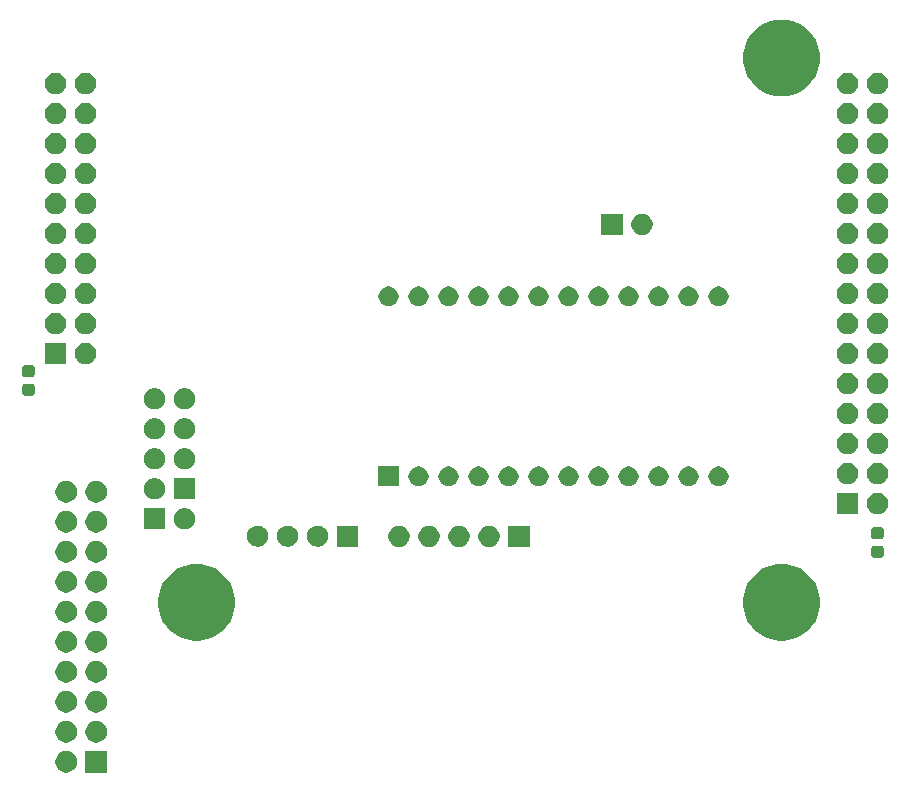
<source format=gbr>
G04 #@! TF.GenerationSoftware,KiCad,Pcbnew,5.1.5+dfsg1-2build2*
G04 #@! TF.CreationDate,2021-08-24T22:34:42-04:00*
G04 #@! TF.ProjectId,U1MB600XL,55314d42-3630-4305-984c-2e6b69636164,1*
G04 #@! TF.SameCoordinates,Original*
G04 #@! TF.FileFunction,Soldermask,Bot*
G04 #@! TF.FilePolarity,Negative*
%FSLAX46Y46*%
G04 Gerber Fmt 4.6, Leading zero omitted, Abs format (unit mm)*
G04 Created by KiCad (PCBNEW 5.1.5+dfsg1-2build2) date 2021-08-24 22:34:42*
%MOMM*%
%LPD*%
G04 APERTURE LIST*
%ADD10C,0.100000*%
G04 APERTURE END LIST*
D10*
G36*
X113360791Y-117238570D02*
G01*
X113449123Y-117256140D01*
X113615531Y-117325069D01*
X113765296Y-117425139D01*
X113892661Y-117552504D01*
X113992731Y-117702269D01*
X114061660Y-117868677D01*
X114096800Y-118045341D01*
X114096800Y-118225459D01*
X114061660Y-118402123D01*
X113992731Y-118568531D01*
X113892661Y-118718296D01*
X113765296Y-118845661D01*
X113615531Y-118945731D01*
X113449123Y-119014660D01*
X113360791Y-119032230D01*
X113272461Y-119049800D01*
X113092339Y-119049800D01*
X113004009Y-119032230D01*
X112915677Y-119014660D01*
X112749269Y-118945731D01*
X112599504Y-118845661D01*
X112472139Y-118718296D01*
X112372069Y-118568531D01*
X112303140Y-118402123D01*
X112268000Y-118225459D01*
X112268000Y-118045341D01*
X112303140Y-117868677D01*
X112372069Y-117702269D01*
X112472139Y-117552504D01*
X112599504Y-117425139D01*
X112749269Y-117325069D01*
X112915677Y-117256140D01*
X113004009Y-117238570D01*
X113092339Y-117221000D01*
X113272461Y-117221000D01*
X113360791Y-117238570D01*
G37*
G36*
X116636800Y-119049800D02*
G01*
X114808000Y-119049800D01*
X114808000Y-117221000D01*
X116636800Y-117221000D01*
X116636800Y-119049800D01*
G37*
G36*
X113360791Y-114698570D02*
G01*
X113449123Y-114716140D01*
X113615531Y-114785069D01*
X113765296Y-114885139D01*
X113892661Y-115012504D01*
X113992731Y-115162269D01*
X114061660Y-115328677D01*
X114096800Y-115505341D01*
X114096800Y-115685459D01*
X114061660Y-115862123D01*
X113992731Y-116028531D01*
X113892661Y-116178296D01*
X113765296Y-116305661D01*
X113615531Y-116405731D01*
X113449123Y-116474660D01*
X113360791Y-116492230D01*
X113272461Y-116509800D01*
X113092339Y-116509800D01*
X113004009Y-116492230D01*
X112915677Y-116474660D01*
X112749269Y-116405731D01*
X112599504Y-116305661D01*
X112472139Y-116178296D01*
X112372069Y-116028531D01*
X112303140Y-115862123D01*
X112268000Y-115685459D01*
X112268000Y-115505341D01*
X112303140Y-115328677D01*
X112372069Y-115162269D01*
X112472139Y-115012504D01*
X112599504Y-114885139D01*
X112749269Y-114785069D01*
X112915677Y-114716140D01*
X113004009Y-114698570D01*
X113092339Y-114681000D01*
X113272461Y-114681000D01*
X113360791Y-114698570D01*
G37*
G36*
X115900791Y-114698570D02*
G01*
X115989123Y-114716140D01*
X116155531Y-114785069D01*
X116305296Y-114885139D01*
X116432661Y-115012504D01*
X116532731Y-115162269D01*
X116601660Y-115328677D01*
X116636800Y-115505341D01*
X116636800Y-115685459D01*
X116601660Y-115862123D01*
X116532731Y-116028531D01*
X116432661Y-116178296D01*
X116305296Y-116305661D01*
X116155531Y-116405731D01*
X115989123Y-116474660D01*
X115900791Y-116492230D01*
X115812461Y-116509800D01*
X115632339Y-116509800D01*
X115544009Y-116492230D01*
X115455677Y-116474660D01*
X115289269Y-116405731D01*
X115139504Y-116305661D01*
X115012139Y-116178296D01*
X114912069Y-116028531D01*
X114843140Y-115862123D01*
X114808000Y-115685459D01*
X114808000Y-115505341D01*
X114843140Y-115328677D01*
X114912069Y-115162269D01*
X115012139Y-115012504D01*
X115139504Y-114885139D01*
X115289269Y-114785069D01*
X115455677Y-114716140D01*
X115544009Y-114698570D01*
X115632339Y-114681000D01*
X115812461Y-114681000D01*
X115900791Y-114698570D01*
G37*
G36*
X113360791Y-112158570D02*
G01*
X113449123Y-112176140D01*
X113615531Y-112245069D01*
X113765296Y-112345139D01*
X113892661Y-112472504D01*
X113992731Y-112622269D01*
X114061660Y-112788677D01*
X114096800Y-112965341D01*
X114096800Y-113145459D01*
X114061660Y-113322123D01*
X113992731Y-113488531D01*
X113892661Y-113638296D01*
X113765296Y-113765661D01*
X113615531Y-113865731D01*
X113449123Y-113934660D01*
X113360791Y-113952230D01*
X113272461Y-113969800D01*
X113092339Y-113969800D01*
X113004009Y-113952230D01*
X112915677Y-113934660D01*
X112749269Y-113865731D01*
X112599504Y-113765661D01*
X112472139Y-113638296D01*
X112372069Y-113488531D01*
X112303140Y-113322123D01*
X112268000Y-113145459D01*
X112268000Y-112965341D01*
X112303140Y-112788677D01*
X112372069Y-112622269D01*
X112472139Y-112472504D01*
X112599504Y-112345139D01*
X112749269Y-112245069D01*
X112915677Y-112176140D01*
X113004009Y-112158570D01*
X113092339Y-112141000D01*
X113272461Y-112141000D01*
X113360791Y-112158570D01*
G37*
G36*
X115900791Y-112158570D02*
G01*
X115989123Y-112176140D01*
X116155531Y-112245069D01*
X116305296Y-112345139D01*
X116432661Y-112472504D01*
X116532731Y-112622269D01*
X116601660Y-112788677D01*
X116636800Y-112965341D01*
X116636800Y-113145459D01*
X116601660Y-113322123D01*
X116532731Y-113488531D01*
X116432661Y-113638296D01*
X116305296Y-113765661D01*
X116155531Y-113865731D01*
X115989123Y-113934660D01*
X115900791Y-113952230D01*
X115812461Y-113969800D01*
X115632339Y-113969800D01*
X115544009Y-113952230D01*
X115455677Y-113934660D01*
X115289269Y-113865731D01*
X115139504Y-113765661D01*
X115012139Y-113638296D01*
X114912069Y-113488531D01*
X114843140Y-113322123D01*
X114808000Y-113145459D01*
X114808000Y-112965341D01*
X114843140Y-112788677D01*
X114912069Y-112622269D01*
X115012139Y-112472504D01*
X115139504Y-112345139D01*
X115289269Y-112245069D01*
X115455677Y-112176140D01*
X115544009Y-112158570D01*
X115632339Y-112141000D01*
X115812461Y-112141000D01*
X115900791Y-112158570D01*
G37*
G36*
X113360791Y-109618570D02*
G01*
X113449123Y-109636140D01*
X113615531Y-109705069D01*
X113765296Y-109805139D01*
X113892661Y-109932504D01*
X113992731Y-110082269D01*
X114061660Y-110248677D01*
X114096800Y-110425341D01*
X114096800Y-110605459D01*
X114061660Y-110782123D01*
X113992731Y-110948531D01*
X113892661Y-111098296D01*
X113765296Y-111225661D01*
X113615531Y-111325731D01*
X113449123Y-111394660D01*
X113360791Y-111412230D01*
X113272461Y-111429800D01*
X113092339Y-111429800D01*
X113004009Y-111412230D01*
X112915677Y-111394660D01*
X112749269Y-111325731D01*
X112599504Y-111225661D01*
X112472139Y-111098296D01*
X112372069Y-110948531D01*
X112303140Y-110782123D01*
X112268000Y-110605459D01*
X112268000Y-110425341D01*
X112303140Y-110248677D01*
X112372069Y-110082269D01*
X112472139Y-109932504D01*
X112599504Y-109805139D01*
X112749269Y-109705069D01*
X112915677Y-109636140D01*
X113004009Y-109618570D01*
X113092339Y-109601000D01*
X113272461Y-109601000D01*
X113360791Y-109618570D01*
G37*
G36*
X115900791Y-109618570D02*
G01*
X115989123Y-109636140D01*
X116155531Y-109705069D01*
X116305296Y-109805139D01*
X116432661Y-109932504D01*
X116532731Y-110082269D01*
X116601660Y-110248677D01*
X116636800Y-110425341D01*
X116636800Y-110605459D01*
X116601660Y-110782123D01*
X116532731Y-110948531D01*
X116432661Y-111098296D01*
X116305296Y-111225661D01*
X116155531Y-111325731D01*
X115989123Y-111394660D01*
X115900791Y-111412230D01*
X115812461Y-111429800D01*
X115632339Y-111429800D01*
X115544009Y-111412230D01*
X115455677Y-111394660D01*
X115289269Y-111325731D01*
X115139504Y-111225661D01*
X115012139Y-111098296D01*
X114912069Y-110948531D01*
X114843140Y-110782123D01*
X114808000Y-110605459D01*
X114808000Y-110425341D01*
X114843140Y-110248677D01*
X114912069Y-110082269D01*
X115012139Y-109932504D01*
X115139504Y-109805139D01*
X115289269Y-109705069D01*
X115455677Y-109636140D01*
X115544009Y-109618570D01*
X115632339Y-109601000D01*
X115812461Y-109601000D01*
X115900791Y-109618570D01*
G37*
G36*
X113360791Y-107078570D02*
G01*
X113449123Y-107096140D01*
X113615531Y-107165069D01*
X113765296Y-107265139D01*
X113892661Y-107392504D01*
X113992731Y-107542269D01*
X114061660Y-107708677D01*
X114096800Y-107885341D01*
X114096800Y-108065459D01*
X114061660Y-108242123D01*
X113992731Y-108408531D01*
X113892661Y-108558296D01*
X113765296Y-108685661D01*
X113615531Y-108785731D01*
X113449123Y-108854660D01*
X113360791Y-108872230D01*
X113272461Y-108889800D01*
X113092339Y-108889800D01*
X113004009Y-108872230D01*
X112915677Y-108854660D01*
X112749269Y-108785731D01*
X112599504Y-108685661D01*
X112472139Y-108558296D01*
X112372069Y-108408531D01*
X112303140Y-108242123D01*
X112268000Y-108065459D01*
X112268000Y-107885341D01*
X112303140Y-107708677D01*
X112372069Y-107542269D01*
X112472139Y-107392504D01*
X112599504Y-107265139D01*
X112749269Y-107165069D01*
X112915677Y-107096140D01*
X113004009Y-107078570D01*
X113092339Y-107061000D01*
X113272461Y-107061000D01*
X113360791Y-107078570D01*
G37*
G36*
X115900791Y-107078570D02*
G01*
X115989123Y-107096140D01*
X116155531Y-107165069D01*
X116305296Y-107265139D01*
X116432661Y-107392504D01*
X116532731Y-107542269D01*
X116601660Y-107708677D01*
X116636800Y-107885341D01*
X116636800Y-108065459D01*
X116601660Y-108242123D01*
X116532731Y-108408531D01*
X116432661Y-108558296D01*
X116305296Y-108685661D01*
X116155531Y-108785731D01*
X115989123Y-108854660D01*
X115900791Y-108872230D01*
X115812461Y-108889800D01*
X115632339Y-108889800D01*
X115544009Y-108872230D01*
X115455677Y-108854660D01*
X115289269Y-108785731D01*
X115139504Y-108685661D01*
X115012139Y-108558296D01*
X114912069Y-108408531D01*
X114843140Y-108242123D01*
X114808000Y-108065459D01*
X114808000Y-107885341D01*
X114843140Y-107708677D01*
X114912069Y-107542269D01*
X115012139Y-107392504D01*
X115139504Y-107265139D01*
X115289269Y-107165069D01*
X115455677Y-107096140D01*
X115544009Y-107078570D01*
X115632339Y-107061000D01*
X115812461Y-107061000D01*
X115900791Y-107078570D01*
G37*
G36*
X174213188Y-101428432D02*
G01*
X174684226Y-101522127D01*
X175275832Y-101767178D01*
X175808265Y-102122938D01*
X176261062Y-102575735D01*
X176616822Y-103108168D01*
X176861873Y-103699774D01*
X176986800Y-104327825D01*
X176986800Y-104968175D01*
X176861873Y-105596226D01*
X176616822Y-106187832D01*
X176261062Y-106720265D01*
X175808265Y-107173062D01*
X175275832Y-107528822D01*
X174684226Y-107773873D01*
X174213188Y-107867568D01*
X174056176Y-107898800D01*
X173415824Y-107898800D01*
X173258812Y-107867568D01*
X172787774Y-107773873D01*
X172196168Y-107528822D01*
X171663735Y-107173062D01*
X171210938Y-106720265D01*
X170855178Y-106187832D01*
X170610127Y-105596226D01*
X170485200Y-104968175D01*
X170485200Y-104327825D01*
X170610127Y-103699774D01*
X170855178Y-103108168D01*
X171210938Y-102575735D01*
X171663735Y-102122938D01*
X172196168Y-101767178D01*
X172787774Y-101522127D01*
X173258812Y-101428432D01*
X173415824Y-101397200D01*
X174056176Y-101397200D01*
X174213188Y-101428432D01*
G37*
G36*
X124683188Y-101428432D02*
G01*
X125154226Y-101522127D01*
X125745832Y-101767178D01*
X126278265Y-102122938D01*
X126731062Y-102575735D01*
X127086822Y-103108168D01*
X127331873Y-103699774D01*
X127456800Y-104327825D01*
X127456800Y-104968175D01*
X127331873Y-105596226D01*
X127086822Y-106187832D01*
X126731062Y-106720265D01*
X126278265Y-107173062D01*
X125745832Y-107528822D01*
X125154226Y-107773873D01*
X124683188Y-107867568D01*
X124526176Y-107898800D01*
X123885824Y-107898800D01*
X123728812Y-107867568D01*
X123257774Y-107773873D01*
X122666168Y-107528822D01*
X122133735Y-107173062D01*
X121680938Y-106720265D01*
X121325178Y-106187832D01*
X121080127Y-105596226D01*
X120955200Y-104968175D01*
X120955200Y-104327825D01*
X121080127Y-103699774D01*
X121325178Y-103108168D01*
X121680938Y-102575735D01*
X122133735Y-102122938D01*
X122666168Y-101767178D01*
X123257774Y-101522127D01*
X123728812Y-101428432D01*
X123885824Y-101397200D01*
X124526176Y-101397200D01*
X124683188Y-101428432D01*
G37*
G36*
X115900791Y-104538570D02*
G01*
X115989123Y-104556140D01*
X116155531Y-104625069D01*
X116305296Y-104725139D01*
X116432661Y-104852504D01*
X116532731Y-105002269D01*
X116601660Y-105168677D01*
X116601660Y-105168679D01*
X116636800Y-105345339D01*
X116636800Y-105525461D01*
X116622724Y-105596226D01*
X116601660Y-105702123D01*
X116532731Y-105868531D01*
X116432661Y-106018296D01*
X116305296Y-106145661D01*
X116155531Y-106245731D01*
X115989123Y-106314660D01*
X115900791Y-106332230D01*
X115812461Y-106349800D01*
X115632339Y-106349800D01*
X115544009Y-106332230D01*
X115455677Y-106314660D01*
X115289269Y-106245731D01*
X115139504Y-106145661D01*
X115012139Y-106018296D01*
X114912069Y-105868531D01*
X114843140Y-105702123D01*
X114822076Y-105596226D01*
X114808000Y-105525461D01*
X114808000Y-105345339D01*
X114843140Y-105168679D01*
X114843140Y-105168677D01*
X114912069Y-105002269D01*
X115012139Y-104852504D01*
X115139504Y-104725139D01*
X115289269Y-104625069D01*
X115455677Y-104556140D01*
X115544009Y-104538570D01*
X115632339Y-104521000D01*
X115812461Y-104521000D01*
X115900791Y-104538570D01*
G37*
G36*
X113360791Y-104538570D02*
G01*
X113449123Y-104556140D01*
X113615531Y-104625069D01*
X113765296Y-104725139D01*
X113892661Y-104852504D01*
X113992731Y-105002269D01*
X114061660Y-105168677D01*
X114061660Y-105168679D01*
X114096800Y-105345339D01*
X114096800Y-105525461D01*
X114082724Y-105596226D01*
X114061660Y-105702123D01*
X113992731Y-105868531D01*
X113892661Y-106018296D01*
X113765296Y-106145661D01*
X113615531Y-106245731D01*
X113449123Y-106314660D01*
X113360791Y-106332230D01*
X113272461Y-106349800D01*
X113092339Y-106349800D01*
X113004009Y-106332230D01*
X112915677Y-106314660D01*
X112749269Y-106245731D01*
X112599504Y-106145661D01*
X112472139Y-106018296D01*
X112372069Y-105868531D01*
X112303140Y-105702123D01*
X112282076Y-105596226D01*
X112268000Y-105525461D01*
X112268000Y-105345339D01*
X112303140Y-105168679D01*
X112303140Y-105168677D01*
X112372069Y-105002269D01*
X112472139Y-104852504D01*
X112599504Y-104725139D01*
X112749269Y-104625069D01*
X112915677Y-104556140D01*
X113004009Y-104538570D01*
X113092339Y-104521000D01*
X113272461Y-104521000D01*
X113360791Y-104538570D01*
G37*
G36*
X113360791Y-101998570D02*
G01*
X113449123Y-102016140D01*
X113615531Y-102085069D01*
X113765296Y-102185139D01*
X113892661Y-102312504D01*
X113992731Y-102462269D01*
X114061660Y-102628677D01*
X114096800Y-102805341D01*
X114096800Y-102985459D01*
X114061660Y-103162123D01*
X113992731Y-103328531D01*
X113892661Y-103478296D01*
X113765296Y-103605661D01*
X113615531Y-103705731D01*
X113449123Y-103774660D01*
X113360791Y-103792230D01*
X113272461Y-103809800D01*
X113092339Y-103809800D01*
X113004009Y-103792230D01*
X112915677Y-103774660D01*
X112749269Y-103705731D01*
X112599504Y-103605661D01*
X112472139Y-103478296D01*
X112372069Y-103328531D01*
X112303140Y-103162123D01*
X112268000Y-102985459D01*
X112268000Y-102805341D01*
X112303140Y-102628677D01*
X112372069Y-102462269D01*
X112472139Y-102312504D01*
X112599504Y-102185139D01*
X112749269Y-102085069D01*
X112915677Y-102016140D01*
X113004009Y-101998570D01*
X113092339Y-101981000D01*
X113272461Y-101981000D01*
X113360791Y-101998570D01*
G37*
G36*
X115900791Y-101998570D02*
G01*
X115989123Y-102016140D01*
X116155531Y-102085069D01*
X116305296Y-102185139D01*
X116432661Y-102312504D01*
X116532731Y-102462269D01*
X116601660Y-102628677D01*
X116636800Y-102805341D01*
X116636800Y-102985459D01*
X116601660Y-103162123D01*
X116532731Y-103328531D01*
X116432661Y-103478296D01*
X116305296Y-103605661D01*
X116155531Y-103705731D01*
X115989123Y-103774660D01*
X115900791Y-103792230D01*
X115812461Y-103809800D01*
X115632339Y-103809800D01*
X115544009Y-103792230D01*
X115455677Y-103774660D01*
X115289269Y-103705731D01*
X115139504Y-103605661D01*
X115012139Y-103478296D01*
X114912069Y-103328531D01*
X114843140Y-103162123D01*
X114808000Y-102985459D01*
X114808000Y-102805341D01*
X114843140Y-102628677D01*
X114912069Y-102462269D01*
X115012139Y-102312504D01*
X115139504Y-102185139D01*
X115289269Y-102085069D01*
X115455677Y-102016140D01*
X115544009Y-101998570D01*
X115632339Y-101981000D01*
X115812461Y-101981000D01*
X115900791Y-101998570D01*
G37*
G36*
X113360791Y-99458570D02*
G01*
X113449123Y-99476140D01*
X113615531Y-99545069D01*
X113765296Y-99645139D01*
X113892661Y-99772504D01*
X113992731Y-99922269D01*
X114061660Y-100088677D01*
X114096800Y-100265341D01*
X114096800Y-100445459D01*
X114061660Y-100622123D01*
X113992731Y-100788531D01*
X113892661Y-100938296D01*
X113765296Y-101065661D01*
X113615531Y-101165731D01*
X113449123Y-101234660D01*
X113360791Y-101252230D01*
X113272461Y-101269800D01*
X113092339Y-101269800D01*
X113004009Y-101252230D01*
X112915677Y-101234660D01*
X112749269Y-101165731D01*
X112599504Y-101065661D01*
X112472139Y-100938296D01*
X112372069Y-100788531D01*
X112303140Y-100622123D01*
X112268000Y-100445459D01*
X112268000Y-100265341D01*
X112303140Y-100088677D01*
X112372069Y-99922269D01*
X112472139Y-99772504D01*
X112599504Y-99645139D01*
X112749269Y-99545069D01*
X112915677Y-99476140D01*
X113004009Y-99458570D01*
X113092339Y-99441000D01*
X113272461Y-99441000D01*
X113360791Y-99458570D01*
G37*
G36*
X115900791Y-99458570D02*
G01*
X115989123Y-99476140D01*
X116155531Y-99545069D01*
X116305296Y-99645139D01*
X116432661Y-99772504D01*
X116532731Y-99922269D01*
X116601660Y-100088677D01*
X116636800Y-100265341D01*
X116636800Y-100445459D01*
X116601660Y-100622123D01*
X116532731Y-100788531D01*
X116432661Y-100938296D01*
X116305296Y-101065661D01*
X116155531Y-101165731D01*
X115989123Y-101234660D01*
X115900791Y-101252230D01*
X115812461Y-101269800D01*
X115632339Y-101269800D01*
X115544009Y-101252230D01*
X115455677Y-101234660D01*
X115289269Y-101165731D01*
X115139504Y-101065661D01*
X115012139Y-100938296D01*
X114912069Y-100788531D01*
X114843140Y-100622123D01*
X114808000Y-100445459D01*
X114808000Y-100265341D01*
X114843140Y-100088677D01*
X114912069Y-99922269D01*
X115012139Y-99772504D01*
X115139504Y-99645139D01*
X115289269Y-99545069D01*
X115455677Y-99476140D01*
X115544009Y-99458570D01*
X115632339Y-99441000D01*
X115812461Y-99441000D01*
X115900791Y-99458570D01*
G37*
G36*
X182213561Y-99871646D02*
G01*
X182254574Y-99884088D01*
X182292380Y-99904295D01*
X182325513Y-99931487D01*
X182352705Y-99964620D01*
X182372912Y-100002426D01*
X182385354Y-100043439D01*
X182389800Y-100088582D01*
X182389800Y-100622418D01*
X182385354Y-100667561D01*
X182372912Y-100708574D01*
X182352705Y-100746380D01*
X182325513Y-100779513D01*
X182292380Y-100806705D01*
X182254574Y-100826912D01*
X182213561Y-100839354D01*
X182168418Y-100843800D01*
X181559582Y-100843800D01*
X181514439Y-100839354D01*
X181473426Y-100826912D01*
X181435620Y-100806705D01*
X181402487Y-100779513D01*
X181375295Y-100746380D01*
X181355088Y-100708574D01*
X181342646Y-100667561D01*
X181338200Y-100622418D01*
X181338200Y-100088582D01*
X181342646Y-100043439D01*
X181355088Y-100002426D01*
X181375295Y-99964620D01*
X181402487Y-99931487D01*
X181435620Y-99904295D01*
X181473426Y-99884088D01*
X181514439Y-99871646D01*
X181559582Y-99867200D01*
X182168418Y-99867200D01*
X182213561Y-99871646D01*
G37*
G36*
X146693754Y-98193817D02*
G01*
X146857689Y-98261721D01*
X147005227Y-98360303D01*
X147130697Y-98485773D01*
X147229279Y-98633311D01*
X147297183Y-98797246D01*
X147331800Y-98971279D01*
X147331800Y-99148721D01*
X147297183Y-99322754D01*
X147229279Y-99486689D01*
X147130697Y-99634227D01*
X147005227Y-99759697D01*
X146857689Y-99858279D01*
X146693754Y-99926183D01*
X146519721Y-99960800D01*
X146342279Y-99960800D01*
X146168246Y-99926183D01*
X146004311Y-99858279D01*
X145856773Y-99759697D01*
X145731303Y-99634227D01*
X145632721Y-99486689D01*
X145564817Y-99322754D01*
X145530200Y-99148721D01*
X145530200Y-98971279D01*
X145564817Y-98797246D01*
X145632721Y-98633311D01*
X145731303Y-98485773D01*
X145856773Y-98360303D01*
X146004311Y-98261721D01*
X146168246Y-98193817D01*
X146342279Y-98159200D01*
X146519721Y-98159200D01*
X146693754Y-98193817D01*
G37*
G36*
X149233754Y-98193817D02*
G01*
X149397689Y-98261721D01*
X149545227Y-98360303D01*
X149670697Y-98485773D01*
X149769279Y-98633311D01*
X149837183Y-98797246D01*
X149871800Y-98971279D01*
X149871800Y-99148721D01*
X149837183Y-99322754D01*
X149769279Y-99486689D01*
X149670697Y-99634227D01*
X149545227Y-99759697D01*
X149397689Y-99858279D01*
X149233754Y-99926183D01*
X149059721Y-99960800D01*
X148882279Y-99960800D01*
X148708246Y-99926183D01*
X148544311Y-99858279D01*
X148396773Y-99759697D01*
X148271303Y-99634227D01*
X148172721Y-99486689D01*
X148104817Y-99322754D01*
X148070200Y-99148721D01*
X148070200Y-98971279D01*
X148104817Y-98797246D01*
X148172721Y-98633311D01*
X148271303Y-98485773D01*
X148396773Y-98360303D01*
X148544311Y-98261721D01*
X148708246Y-98193817D01*
X148882279Y-98159200D01*
X149059721Y-98159200D01*
X149233754Y-98193817D01*
G37*
G36*
X152411800Y-99960800D02*
G01*
X150610200Y-99960800D01*
X150610200Y-98159200D01*
X152411800Y-98159200D01*
X152411800Y-99960800D01*
G37*
G36*
X144153754Y-98193817D02*
G01*
X144317689Y-98261721D01*
X144465227Y-98360303D01*
X144590697Y-98485773D01*
X144689279Y-98633311D01*
X144757183Y-98797246D01*
X144791800Y-98971279D01*
X144791800Y-99148721D01*
X144757183Y-99322754D01*
X144689279Y-99486689D01*
X144590697Y-99634227D01*
X144465227Y-99759697D01*
X144317689Y-99858279D01*
X144153754Y-99926183D01*
X143979721Y-99960800D01*
X143802279Y-99960800D01*
X143628246Y-99926183D01*
X143464311Y-99858279D01*
X143316773Y-99759697D01*
X143191303Y-99634227D01*
X143092721Y-99486689D01*
X143024817Y-99322754D01*
X142990200Y-99148721D01*
X142990200Y-98971279D01*
X143024817Y-98797246D01*
X143092721Y-98633311D01*
X143191303Y-98485773D01*
X143316773Y-98360303D01*
X143464311Y-98261721D01*
X143628246Y-98193817D01*
X143802279Y-98159200D01*
X143979721Y-98159200D01*
X144153754Y-98193817D01*
G37*
G36*
X141613754Y-98193817D02*
G01*
X141777689Y-98261721D01*
X141925227Y-98360303D01*
X142050697Y-98485773D01*
X142149279Y-98633311D01*
X142217183Y-98797246D01*
X142251800Y-98971279D01*
X142251800Y-99148721D01*
X142217183Y-99322754D01*
X142149279Y-99486689D01*
X142050697Y-99634227D01*
X141925227Y-99759697D01*
X141777689Y-99858279D01*
X141613754Y-99926183D01*
X141439721Y-99960800D01*
X141262279Y-99960800D01*
X141088246Y-99926183D01*
X140924311Y-99858279D01*
X140776773Y-99759697D01*
X140651303Y-99634227D01*
X140552721Y-99486689D01*
X140484817Y-99322754D01*
X140450200Y-99148721D01*
X140450200Y-98971279D01*
X140484817Y-98797246D01*
X140552721Y-98633311D01*
X140651303Y-98485773D01*
X140776773Y-98360303D01*
X140924311Y-98261721D01*
X141088246Y-98193817D01*
X141262279Y-98159200D01*
X141439721Y-98159200D01*
X141613754Y-98193817D01*
G37*
G36*
X137908400Y-99935400D02*
G01*
X136106800Y-99935400D01*
X136106800Y-98133800D01*
X137908400Y-98133800D01*
X137908400Y-99935400D01*
G37*
G36*
X134730354Y-98168417D02*
G01*
X134894289Y-98236321D01*
X135041827Y-98334903D01*
X135167297Y-98460373D01*
X135265879Y-98607911D01*
X135333783Y-98771846D01*
X135368400Y-98945879D01*
X135368400Y-99123321D01*
X135333783Y-99297354D01*
X135265879Y-99461289D01*
X135167297Y-99608827D01*
X135041827Y-99734297D01*
X134894289Y-99832879D01*
X134730354Y-99900783D01*
X134556321Y-99935400D01*
X134378879Y-99935400D01*
X134204846Y-99900783D01*
X134040911Y-99832879D01*
X133893373Y-99734297D01*
X133767903Y-99608827D01*
X133669321Y-99461289D01*
X133601417Y-99297354D01*
X133566800Y-99123321D01*
X133566800Y-98945879D01*
X133601417Y-98771846D01*
X133669321Y-98607911D01*
X133767903Y-98460373D01*
X133893373Y-98334903D01*
X134040911Y-98236321D01*
X134204846Y-98168417D01*
X134378879Y-98133800D01*
X134556321Y-98133800D01*
X134730354Y-98168417D01*
G37*
G36*
X132190354Y-98168417D02*
G01*
X132354289Y-98236321D01*
X132501827Y-98334903D01*
X132627297Y-98460373D01*
X132725879Y-98607911D01*
X132793783Y-98771846D01*
X132828400Y-98945879D01*
X132828400Y-99123321D01*
X132793783Y-99297354D01*
X132725879Y-99461289D01*
X132627297Y-99608827D01*
X132501827Y-99734297D01*
X132354289Y-99832879D01*
X132190354Y-99900783D01*
X132016321Y-99935400D01*
X131838879Y-99935400D01*
X131664846Y-99900783D01*
X131500911Y-99832879D01*
X131353373Y-99734297D01*
X131227903Y-99608827D01*
X131129321Y-99461289D01*
X131061417Y-99297354D01*
X131026800Y-99123321D01*
X131026800Y-98945879D01*
X131061417Y-98771846D01*
X131129321Y-98607911D01*
X131227903Y-98460373D01*
X131353373Y-98334903D01*
X131500911Y-98236321D01*
X131664846Y-98168417D01*
X131838879Y-98133800D01*
X132016321Y-98133800D01*
X132190354Y-98168417D01*
G37*
G36*
X129650354Y-98168417D02*
G01*
X129814289Y-98236321D01*
X129961827Y-98334903D01*
X130087297Y-98460373D01*
X130185879Y-98607911D01*
X130253783Y-98771846D01*
X130288400Y-98945879D01*
X130288400Y-99123321D01*
X130253783Y-99297354D01*
X130185879Y-99461289D01*
X130087297Y-99608827D01*
X129961827Y-99734297D01*
X129814289Y-99832879D01*
X129650354Y-99900783D01*
X129476321Y-99935400D01*
X129298879Y-99935400D01*
X129124846Y-99900783D01*
X128960911Y-99832879D01*
X128813373Y-99734297D01*
X128687903Y-99608827D01*
X128589321Y-99461289D01*
X128521417Y-99297354D01*
X128486800Y-99123321D01*
X128486800Y-98945879D01*
X128521417Y-98771846D01*
X128589321Y-98607911D01*
X128687903Y-98460373D01*
X128813373Y-98334903D01*
X128960911Y-98236321D01*
X129124846Y-98168417D01*
X129298879Y-98133800D01*
X129476321Y-98133800D01*
X129650354Y-98168417D01*
G37*
G36*
X182213561Y-98296646D02*
G01*
X182254574Y-98309088D01*
X182292380Y-98329295D01*
X182325513Y-98356487D01*
X182352705Y-98389620D01*
X182372912Y-98427426D01*
X182385354Y-98468439D01*
X182389800Y-98513582D01*
X182389800Y-99047418D01*
X182385354Y-99092561D01*
X182372912Y-99133574D01*
X182352705Y-99171380D01*
X182325513Y-99204513D01*
X182292380Y-99231705D01*
X182254574Y-99251912D01*
X182213561Y-99264354D01*
X182168418Y-99268800D01*
X181559582Y-99268800D01*
X181514439Y-99264354D01*
X181473426Y-99251912D01*
X181435620Y-99231705D01*
X181402487Y-99204513D01*
X181375295Y-99171380D01*
X181355088Y-99133574D01*
X181342646Y-99092561D01*
X181338200Y-99047418D01*
X181338200Y-98513582D01*
X181342646Y-98468439D01*
X181355088Y-98427426D01*
X181375295Y-98389620D01*
X181402487Y-98356487D01*
X181435620Y-98329295D01*
X181473426Y-98309088D01*
X181514439Y-98296646D01*
X181559582Y-98292200D01*
X182168418Y-98292200D01*
X182213561Y-98296646D01*
G37*
G36*
X113360791Y-96918570D02*
G01*
X113449123Y-96936140D01*
X113615531Y-97005069D01*
X113765296Y-97105139D01*
X113892661Y-97232504D01*
X113992731Y-97382269D01*
X114061660Y-97548677D01*
X114096800Y-97725341D01*
X114096800Y-97905459D01*
X114061660Y-98082123D01*
X113992731Y-98248531D01*
X113892661Y-98398296D01*
X113765296Y-98525661D01*
X113615531Y-98625731D01*
X113449123Y-98694660D01*
X113360791Y-98712230D01*
X113272461Y-98729800D01*
X113092339Y-98729800D01*
X113004009Y-98712230D01*
X112915677Y-98694660D01*
X112749269Y-98625731D01*
X112599504Y-98525661D01*
X112472139Y-98398296D01*
X112372069Y-98248531D01*
X112303140Y-98082123D01*
X112268000Y-97905459D01*
X112268000Y-97725341D01*
X112303140Y-97548677D01*
X112372069Y-97382269D01*
X112472139Y-97232504D01*
X112599504Y-97105139D01*
X112749269Y-97005069D01*
X112915677Y-96936140D01*
X113004009Y-96918570D01*
X113092339Y-96901000D01*
X113272461Y-96901000D01*
X113360791Y-96918570D01*
G37*
G36*
X115900791Y-96918570D02*
G01*
X115989123Y-96936140D01*
X116155531Y-97005069D01*
X116305296Y-97105139D01*
X116432661Y-97232504D01*
X116532731Y-97382269D01*
X116601660Y-97548677D01*
X116636800Y-97725341D01*
X116636800Y-97905459D01*
X116601660Y-98082123D01*
X116532731Y-98248531D01*
X116432661Y-98398296D01*
X116305296Y-98525661D01*
X116155531Y-98625731D01*
X115989123Y-98694660D01*
X115900791Y-98712230D01*
X115812461Y-98729800D01*
X115632339Y-98729800D01*
X115544009Y-98712230D01*
X115455677Y-98694660D01*
X115289269Y-98625731D01*
X115139504Y-98525661D01*
X115012139Y-98398296D01*
X114912069Y-98248531D01*
X114843140Y-98082123D01*
X114808000Y-97905459D01*
X114808000Y-97725341D01*
X114843140Y-97548677D01*
X114912069Y-97382269D01*
X115012139Y-97232504D01*
X115139504Y-97105139D01*
X115289269Y-97005069D01*
X115455677Y-96936140D01*
X115544009Y-96918570D01*
X115632339Y-96901000D01*
X115812461Y-96901000D01*
X115900791Y-96918570D01*
G37*
G36*
X123452754Y-96695217D02*
G01*
X123616689Y-96763121D01*
X123764227Y-96861703D01*
X123889697Y-96987173D01*
X123988279Y-97134711D01*
X124056183Y-97298646D01*
X124090800Y-97472679D01*
X124090800Y-97650121D01*
X124056183Y-97824154D01*
X123988279Y-97988089D01*
X123889697Y-98135627D01*
X123764227Y-98261097D01*
X123616689Y-98359679D01*
X123452754Y-98427583D01*
X123278721Y-98462200D01*
X123101279Y-98462200D01*
X122927246Y-98427583D01*
X122763311Y-98359679D01*
X122615773Y-98261097D01*
X122490303Y-98135627D01*
X122391721Y-97988089D01*
X122323817Y-97824154D01*
X122289200Y-97650121D01*
X122289200Y-97472679D01*
X122323817Y-97298646D01*
X122391721Y-97134711D01*
X122490303Y-96987173D01*
X122615773Y-96861703D01*
X122763311Y-96763121D01*
X122927246Y-96695217D01*
X123101279Y-96660600D01*
X123278721Y-96660600D01*
X123452754Y-96695217D01*
G37*
G36*
X121550800Y-98462200D02*
G01*
X119749200Y-98462200D01*
X119749200Y-96660600D01*
X121550800Y-96660600D01*
X121550800Y-98462200D01*
G37*
G36*
X182126754Y-95399817D02*
G01*
X182290689Y-95467721D01*
X182438227Y-95566303D01*
X182563697Y-95691773D01*
X182662279Y-95839311D01*
X182730183Y-96003246D01*
X182764800Y-96177279D01*
X182764800Y-96354721D01*
X182730183Y-96528754D01*
X182662279Y-96692689D01*
X182563697Y-96840227D01*
X182438227Y-96965697D01*
X182290689Y-97064279D01*
X182126754Y-97132183D01*
X181952721Y-97166800D01*
X181775279Y-97166800D01*
X181601246Y-97132183D01*
X181437311Y-97064279D01*
X181289773Y-96965697D01*
X181164303Y-96840227D01*
X181065721Y-96692689D01*
X180997817Y-96528754D01*
X180963200Y-96354721D01*
X180963200Y-96177279D01*
X180997817Y-96003246D01*
X181065721Y-95839311D01*
X181164303Y-95691773D01*
X181289773Y-95566303D01*
X181437311Y-95467721D01*
X181601246Y-95399817D01*
X181775279Y-95365200D01*
X181952721Y-95365200D01*
X182126754Y-95399817D01*
G37*
G36*
X180224800Y-97166800D02*
G01*
X178423200Y-97166800D01*
X178423200Y-95365200D01*
X180224800Y-95365200D01*
X180224800Y-97166800D01*
G37*
G36*
X113360791Y-94378570D02*
G01*
X113449123Y-94396140D01*
X113615531Y-94465069D01*
X113765296Y-94565139D01*
X113892661Y-94692504D01*
X113992731Y-94842269D01*
X114061660Y-95008677D01*
X114096800Y-95185341D01*
X114096800Y-95365459D01*
X114061660Y-95542123D01*
X113992731Y-95708531D01*
X113892661Y-95858296D01*
X113765296Y-95985661D01*
X113615531Y-96085731D01*
X113449123Y-96154660D01*
X113360791Y-96172230D01*
X113272461Y-96189800D01*
X113092339Y-96189800D01*
X113004009Y-96172230D01*
X112915677Y-96154660D01*
X112749269Y-96085731D01*
X112599504Y-95985661D01*
X112472139Y-95858296D01*
X112372069Y-95708531D01*
X112303140Y-95542123D01*
X112268000Y-95365459D01*
X112268000Y-95185341D01*
X112303140Y-95008677D01*
X112372069Y-94842269D01*
X112472139Y-94692504D01*
X112599504Y-94565139D01*
X112749269Y-94465069D01*
X112915677Y-94396140D01*
X113004009Y-94378570D01*
X113092339Y-94361000D01*
X113272461Y-94361000D01*
X113360791Y-94378570D01*
G37*
G36*
X115900791Y-94378570D02*
G01*
X115989123Y-94396140D01*
X116155531Y-94465069D01*
X116305296Y-94565139D01*
X116432661Y-94692504D01*
X116532731Y-94842269D01*
X116601660Y-95008677D01*
X116636800Y-95185341D01*
X116636800Y-95365459D01*
X116601660Y-95542123D01*
X116532731Y-95708531D01*
X116432661Y-95858296D01*
X116305296Y-95985661D01*
X116155531Y-96085731D01*
X115989123Y-96154660D01*
X115900791Y-96172230D01*
X115812461Y-96189800D01*
X115632339Y-96189800D01*
X115544009Y-96172230D01*
X115455677Y-96154660D01*
X115289269Y-96085731D01*
X115139504Y-95985661D01*
X115012139Y-95858296D01*
X114912069Y-95708531D01*
X114843140Y-95542123D01*
X114808000Y-95365459D01*
X114808000Y-95185341D01*
X114843140Y-95008677D01*
X114912069Y-94842269D01*
X115012139Y-94692504D01*
X115139504Y-94565139D01*
X115289269Y-94465069D01*
X115455677Y-94396140D01*
X115544009Y-94378570D01*
X115632339Y-94361000D01*
X115812461Y-94361000D01*
X115900791Y-94378570D01*
G37*
G36*
X124090800Y-95922200D02*
G01*
X122289200Y-95922200D01*
X122289200Y-94120600D01*
X124090800Y-94120600D01*
X124090800Y-95922200D01*
G37*
G36*
X120912754Y-94155217D02*
G01*
X121076689Y-94223121D01*
X121224227Y-94321703D01*
X121349697Y-94447173D01*
X121448279Y-94594711D01*
X121516183Y-94758646D01*
X121550800Y-94932679D01*
X121550800Y-95110121D01*
X121516183Y-95284154D01*
X121448279Y-95448089D01*
X121349697Y-95595627D01*
X121224227Y-95721097D01*
X121076689Y-95819679D01*
X120912754Y-95887583D01*
X120738721Y-95922200D01*
X120561279Y-95922200D01*
X120387246Y-95887583D01*
X120223311Y-95819679D01*
X120075773Y-95721097D01*
X119950303Y-95595627D01*
X119851721Y-95448089D01*
X119783817Y-95284154D01*
X119749200Y-95110121D01*
X119749200Y-94932679D01*
X119783817Y-94758646D01*
X119851721Y-94594711D01*
X119950303Y-94447173D01*
X120075773Y-94321703D01*
X120223311Y-94223121D01*
X120387246Y-94155217D01*
X120561279Y-94120600D01*
X120738721Y-94120600D01*
X120912754Y-94155217D01*
G37*
G36*
X148330169Y-93161895D02*
G01*
X148485005Y-93226031D01*
X148624354Y-93319140D01*
X148742860Y-93437646D01*
X148835969Y-93576995D01*
X148900105Y-93731831D01*
X148932800Y-93896203D01*
X148932800Y-94063797D01*
X148900105Y-94228169D01*
X148835969Y-94383005D01*
X148742860Y-94522354D01*
X148624354Y-94640860D01*
X148485005Y-94733969D01*
X148330169Y-94798105D01*
X148165797Y-94830800D01*
X147998203Y-94830800D01*
X147833831Y-94798105D01*
X147678995Y-94733969D01*
X147539646Y-94640860D01*
X147421140Y-94522354D01*
X147328031Y-94383005D01*
X147263895Y-94228169D01*
X147231200Y-94063797D01*
X147231200Y-93896203D01*
X147263895Y-93731831D01*
X147328031Y-93576995D01*
X147421140Y-93437646D01*
X147539646Y-93319140D01*
X147678995Y-93226031D01*
X147833831Y-93161895D01*
X147998203Y-93129200D01*
X148165797Y-93129200D01*
X148330169Y-93161895D01*
G37*
G36*
X153410169Y-93161895D02*
G01*
X153565005Y-93226031D01*
X153704354Y-93319140D01*
X153822860Y-93437646D01*
X153915969Y-93576995D01*
X153980105Y-93731831D01*
X154012800Y-93896203D01*
X154012800Y-94063797D01*
X153980105Y-94228169D01*
X153915969Y-94383005D01*
X153822860Y-94522354D01*
X153704354Y-94640860D01*
X153565005Y-94733969D01*
X153410169Y-94798105D01*
X153245797Y-94830800D01*
X153078203Y-94830800D01*
X152913831Y-94798105D01*
X152758995Y-94733969D01*
X152619646Y-94640860D01*
X152501140Y-94522354D01*
X152408031Y-94383005D01*
X152343895Y-94228169D01*
X152311200Y-94063797D01*
X152311200Y-93896203D01*
X152343895Y-93731831D01*
X152408031Y-93576995D01*
X152501140Y-93437646D01*
X152619646Y-93319140D01*
X152758995Y-93226031D01*
X152913831Y-93161895D01*
X153078203Y-93129200D01*
X153245797Y-93129200D01*
X153410169Y-93161895D01*
G37*
G36*
X155950169Y-93161895D02*
G01*
X156105005Y-93226031D01*
X156244354Y-93319140D01*
X156362860Y-93437646D01*
X156455969Y-93576995D01*
X156520105Y-93731831D01*
X156552800Y-93896203D01*
X156552800Y-94063797D01*
X156520105Y-94228169D01*
X156455969Y-94383005D01*
X156362860Y-94522354D01*
X156244354Y-94640860D01*
X156105005Y-94733969D01*
X155950169Y-94798105D01*
X155785797Y-94830800D01*
X155618203Y-94830800D01*
X155453831Y-94798105D01*
X155298995Y-94733969D01*
X155159646Y-94640860D01*
X155041140Y-94522354D01*
X154948031Y-94383005D01*
X154883895Y-94228169D01*
X154851200Y-94063797D01*
X154851200Y-93896203D01*
X154883895Y-93731831D01*
X154948031Y-93576995D01*
X155041140Y-93437646D01*
X155159646Y-93319140D01*
X155298995Y-93226031D01*
X155453831Y-93161895D01*
X155618203Y-93129200D01*
X155785797Y-93129200D01*
X155950169Y-93161895D01*
G37*
G36*
X150870169Y-93161895D02*
G01*
X151025005Y-93226031D01*
X151164354Y-93319140D01*
X151282860Y-93437646D01*
X151375969Y-93576995D01*
X151440105Y-93731831D01*
X151472800Y-93896203D01*
X151472800Y-94063797D01*
X151440105Y-94228169D01*
X151375969Y-94383005D01*
X151282860Y-94522354D01*
X151164354Y-94640860D01*
X151025005Y-94733969D01*
X150870169Y-94798105D01*
X150705797Y-94830800D01*
X150538203Y-94830800D01*
X150373831Y-94798105D01*
X150218995Y-94733969D01*
X150079646Y-94640860D01*
X149961140Y-94522354D01*
X149868031Y-94383005D01*
X149803895Y-94228169D01*
X149771200Y-94063797D01*
X149771200Y-93896203D01*
X149803895Y-93731831D01*
X149868031Y-93576995D01*
X149961140Y-93437646D01*
X150079646Y-93319140D01*
X150218995Y-93226031D01*
X150373831Y-93161895D01*
X150538203Y-93129200D01*
X150705797Y-93129200D01*
X150870169Y-93161895D01*
G37*
G36*
X145790169Y-93161895D02*
G01*
X145945005Y-93226031D01*
X146084354Y-93319140D01*
X146202860Y-93437646D01*
X146295969Y-93576995D01*
X146360105Y-93731831D01*
X146392800Y-93896203D01*
X146392800Y-94063797D01*
X146360105Y-94228169D01*
X146295969Y-94383005D01*
X146202860Y-94522354D01*
X146084354Y-94640860D01*
X145945005Y-94733969D01*
X145790169Y-94798105D01*
X145625797Y-94830800D01*
X145458203Y-94830800D01*
X145293831Y-94798105D01*
X145138995Y-94733969D01*
X144999646Y-94640860D01*
X144881140Y-94522354D01*
X144788031Y-94383005D01*
X144723895Y-94228169D01*
X144691200Y-94063797D01*
X144691200Y-93896203D01*
X144723895Y-93731831D01*
X144788031Y-93576995D01*
X144881140Y-93437646D01*
X144999646Y-93319140D01*
X145138995Y-93226031D01*
X145293831Y-93161895D01*
X145458203Y-93129200D01*
X145625797Y-93129200D01*
X145790169Y-93161895D01*
G37*
G36*
X143250169Y-93161895D02*
G01*
X143405005Y-93226031D01*
X143544354Y-93319140D01*
X143662860Y-93437646D01*
X143755969Y-93576995D01*
X143820105Y-93731831D01*
X143852800Y-93896203D01*
X143852800Y-94063797D01*
X143820105Y-94228169D01*
X143755969Y-94383005D01*
X143662860Y-94522354D01*
X143544354Y-94640860D01*
X143405005Y-94733969D01*
X143250169Y-94798105D01*
X143085797Y-94830800D01*
X142918203Y-94830800D01*
X142753831Y-94798105D01*
X142598995Y-94733969D01*
X142459646Y-94640860D01*
X142341140Y-94522354D01*
X142248031Y-94383005D01*
X142183895Y-94228169D01*
X142151200Y-94063797D01*
X142151200Y-93896203D01*
X142183895Y-93731831D01*
X142248031Y-93576995D01*
X142341140Y-93437646D01*
X142459646Y-93319140D01*
X142598995Y-93226031D01*
X142753831Y-93161895D01*
X142918203Y-93129200D01*
X143085797Y-93129200D01*
X143250169Y-93161895D01*
G37*
G36*
X161030169Y-93161895D02*
G01*
X161185005Y-93226031D01*
X161324354Y-93319140D01*
X161442860Y-93437646D01*
X161535969Y-93576995D01*
X161600105Y-93731831D01*
X161632800Y-93896203D01*
X161632800Y-94063797D01*
X161600105Y-94228169D01*
X161535969Y-94383005D01*
X161442860Y-94522354D01*
X161324354Y-94640860D01*
X161185005Y-94733969D01*
X161030169Y-94798105D01*
X160865797Y-94830800D01*
X160698203Y-94830800D01*
X160533831Y-94798105D01*
X160378995Y-94733969D01*
X160239646Y-94640860D01*
X160121140Y-94522354D01*
X160028031Y-94383005D01*
X159963895Y-94228169D01*
X159931200Y-94063797D01*
X159931200Y-93896203D01*
X159963895Y-93731831D01*
X160028031Y-93576995D01*
X160121140Y-93437646D01*
X160239646Y-93319140D01*
X160378995Y-93226031D01*
X160533831Y-93161895D01*
X160698203Y-93129200D01*
X160865797Y-93129200D01*
X161030169Y-93161895D01*
G37*
G36*
X141312800Y-94830800D02*
G01*
X139611200Y-94830800D01*
X139611200Y-93129200D01*
X141312800Y-93129200D01*
X141312800Y-94830800D01*
G37*
G36*
X168650169Y-93161895D02*
G01*
X168805005Y-93226031D01*
X168944354Y-93319140D01*
X169062860Y-93437646D01*
X169155969Y-93576995D01*
X169220105Y-93731831D01*
X169252800Y-93896203D01*
X169252800Y-94063797D01*
X169220105Y-94228169D01*
X169155969Y-94383005D01*
X169062860Y-94522354D01*
X168944354Y-94640860D01*
X168805005Y-94733969D01*
X168650169Y-94798105D01*
X168485797Y-94830800D01*
X168318203Y-94830800D01*
X168153831Y-94798105D01*
X167998995Y-94733969D01*
X167859646Y-94640860D01*
X167741140Y-94522354D01*
X167648031Y-94383005D01*
X167583895Y-94228169D01*
X167551200Y-94063797D01*
X167551200Y-93896203D01*
X167583895Y-93731831D01*
X167648031Y-93576995D01*
X167741140Y-93437646D01*
X167859646Y-93319140D01*
X167998995Y-93226031D01*
X168153831Y-93161895D01*
X168318203Y-93129200D01*
X168485797Y-93129200D01*
X168650169Y-93161895D01*
G37*
G36*
X166110169Y-93161895D02*
G01*
X166265005Y-93226031D01*
X166404354Y-93319140D01*
X166522860Y-93437646D01*
X166615969Y-93576995D01*
X166680105Y-93731831D01*
X166712800Y-93896203D01*
X166712800Y-94063797D01*
X166680105Y-94228169D01*
X166615969Y-94383005D01*
X166522860Y-94522354D01*
X166404354Y-94640860D01*
X166265005Y-94733969D01*
X166110169Y-94798105D01*
X165945797Y-94830800D01*
X165778203Y-94830800D01*
X165613831Y-94798105D01*
X165458995Y-94733969D01*
X165319646Y-94640860D01*
X165201140Y-94522354D01*
X165108031Y-94383005D01*
X165043895Y-94228169D01*
X165011200Y-94063797D01*
X165011200Y-93896203D01*
X165043895Y-93731831D01*
X165108031Y-93576995D01*
X165201140Y-93437646D01*
X165319646Y-93319140D01*
X165458995Y-93226031D01*
X165613831Y-93161895D01*
X165778203Y-93129200D01*
X165945797Y-93129200D01*
X166110169Y-93161895D01*
G37*
G36*
X163570169Y-93161895D02*
G01*
X163725005Y-93226031D01*
X163864354Y-93319140D01*
X163982860Y-93437646D01*
X164075969Y-93576995D01*
X164140105Y-93731831D01*
X164172800Y-93896203D01*
X164172800Y-94063797D01*
X164140105Y-94228169D01*
X164075969Y-94383005D01*
X163982860Y-94522354D01*
X163864354Y-94640860D01*
X163725005Y-94733969D01*
X163570169Y-94798105D01*
X163405797Y-94830800D01*
X163238203Y-94830800D01*
X163073831Y-94798105D01*
X162918995Y-94733969D01*
X162779646Y-94640860D01*
X162661140Y-94522354D01*
X162568031Y-94383005D01*
X162503895Y-94228169D01*
X162471200Y-94063797D01*
X162471200Y-93896203D01*
X162503895Y-93731831D01*
X162568031Y-93576995D01*
X162661140Y-93437646D01*
X162779646Y-93319140D01*
X162918995Y-93226031D01*
X163073831Y-93161895D01*
X163238203Y-93129200D01*
X163405797Y-93129200D01*
X163570169Y-93161895D01*
G37*
G36*
X158490169Y-93161895D02*
G01*
X158645005Y-93226031D01*
X158784354Y-93319140D01*
X158902860Y-93437646D01*
X158995969Y-93576995D01*
X159060105Y-93731831D01*
X159092800Y-93896203D01*
X159092800Y-94063797D01*
X159060105Y-94228169D01*
X158995969Y-94383005D01*
X158902860Y-94522354D01*
X158784354Y-94640860D01*
X158645005Y-94733969D01*
X158490169Y-94798105D01*
X158325797Y-94830800D01*
X158158203Y-94830800D01*
X157993831Y-94798105D01*
X157838995Y-94733969D01*
X157699646Y-94640860D01*
X157581140Y-94522354D01*
X157488031Y-94383005D01*
X157423895Y-94228169D01*
X157391200Y-94063797D01*
X157391200Y-93896203D01*
X157423895Y-93731831D01*
X157488031Y-93576995D01*
X157581140Y-93437646D01*
X157699646Y-93319140D01*
X157838995Y-93226031D01*
X157993831Y-93161895D01*
X158158203Y-93129200D01*
X158325797Y-93129200D01*
X158490169Y-93161895D01*
G37*
G36*
X179586754Y-92859817D02*
G01*
X179750689Y-92927721D01*
X179898227Y-93026303D01*
X180023697Y-93151773D01*
X180122279Y-93299311D01*
X180190183Y-93463246D01*
X180224800Y-93637279D01*
X180224800Y-93814721D01*
X180190183Y-93988754D01*
X180122279Y-94152689D01*
X180023697Y-94300227D01*
X179898227Y-94425697D01*
X179750689Y-94524279D01*
X179586754Y-94592183D01*
X179412721Y-94626800D01*
X179235279Y-94626800D01*
X179061246Y-94592183D01*
X178897311Y-94524279D01*
X178749773Y-94425697D01*
X178624303Y-94300227D01*
X178525721Y-94152689D01*
X178457817Y-93988754D01*
X178423200Y-93814721D01*
X178423200Y-93637279D01*
X178457817Y-93463246D01*
X178525721Y-93299311D01*
X178624303Y-93151773D01*
X178749773Y-93026303D01*
X178897311Y-92927721D01*
X179061246Y-92859817D01*
X179235279Y-92825200D01*
X179412721Y-92825200D01*
X179586754Y-92859817D01*
G37*
G36*
X182126754Y-92859817D02*
G01*
X182290689Y-92927721D01*
X182438227Y-93026303D01*
X182563697Y-93151773D01*
X182662279Y-93299311D01*
X182730183Y-93463246D01*
X182764800Y-93637279D01*
X182764800Y-93814721D01*
X182730183Y-93988754D01*
X182662279Y-94152689D01*
X182563697Y-94300227D01*
X182438227Y-94425697D01*
X182290689Y-94524279D01*
X182126754Y-94592183D01*
X181952721Y-94626800D01*
X181775279Y-94626800D01*
X181601246Y-94592183D01*
X181437311Y-94524279D01*
X181289773Y-94425697D01*
X181164303Y-94300227D01*
X181065721Y-94152689D01*
X180997817Y-93988754D01*
X180963200Y-93814721D01*
X180963200Y-93637279D01*
X180997817Y-93463246D01*
X181065721Y-93299311D01*
X181164303Y-93151773D01*
X181289773Y-93026303D01*
X181437311Y-92927721D01*
X181601246Y-92859817D01*
X181775279Y-92825200D01*
X181952721Y-92825200D01*
X182126754Y-92859817D01*
G37*
G36*
X123452754Y-91615217D02*
G01*
X123616689Y-91683121D01*
X123764227Y-91781703D01*
X123889697Y-91907173D01*
X123988279Y-92054711D01*
X124056183Y-92218646D01*
X124090800Y-92392679D01*
X124090800Y-92570121D01*
X124056183Y-92744154D01*
X123988279Y-92908089D01*
X123889697Y-93055627D01*
X123764227Y-93181097D01*
X123616689Y-93279679D01*
X123452754Y-93347583D01*
X123278721Y-93382200D01*
X123101279Y-93382200D01*
X122927246Y-93347583D01*
X122763311Y-93279679D01*
X122615773Y-93181097D01*
X122490303Y-93055627D01*
X122391721Y-92908089D01*
X122323817Y-92744154D01*
X122289200Y-92570121D01*
X122289200Y-92392679D01*
X122323817Y-92218646D01*
X122391721Y-92054711D01*
X122490303Y-91907173D01*
X122615773Y-91781703D01*
X122763311Y-91683121D01*
X122927246Y-91615217D01*
X123101279Y-91580600D01*
X123278721Y-91580600D01*
X123452754Y-91615217D01*
G37*
G36*
X120912754Y-91615217D02*
G01*
X121076689Y-91683121D01*
X121224227Y-91781703D01*
X121349697Y-91907173D01*
X121448279Y-92054711D01*
X121516183Y-92218646D01*
X121550800Y-92392679D01*
X121550800Y-92570121D01*
X121516183Y-92744154D01*
X121448279Y-92908089D01*
X121349697Y-93055627D01*
X121224227Y-93181097D01*
X121076689Y-93279679D01*
X120912754Y-93347583D01*
X120738721Y-93382200D01*
X120561279Y-93382200D01*
X120387246Y-93347583D01*
X120223311Y-93279679D01*
X120075773Y-93181097D01*
X119950303Y-93055627D01*
X119851721Y-92908089D01*
X119783817Y-92744154D01*
X119749200Y-92570121D01*
X119749200Y-92392679D01*
X119783817Y-92218646D01*
X119851721Y-92054711D01*
X119950303Y-91907173D01*
X120075773Y-91781703D01*
X120223311Y-91683121D01*
X120387246Y-91615217D01*
X120561279Y-91580600D01*
X120738721Y-91580600D01*
X120912754Y-91615217D01*
G37*
G36*
X182126754Y-90319817D02*
G01*
X182290689Y-90387721D01*
X182438227Y-90486303D01*
X182563697Y-90611773D01*
X182662279Y-90759311D01*
X182730183Y-90923246D01*
X182764800Y-91097279D01*
X182764800Y-91274721D01*
X182730183Y-91448754D01*
X182662279Y-91612689D01*
X182563697Y-91760227D01*
X182438227Y-91885697D01*
X182290689Y-91984279D01*
X182126754Y-92052183D01*
X181952721Y-92086800D01*
X181775279Y-92086800D01*
X181601246Y-92052183D01*
X181437311Y-91984279D01*
X181289773Y-91885697D01*
X181164303Y-91760227D01*
X181065721Y-91612689D01*
X180997817Y-91448754D01*
X180963200Y-91274721D01*
X180963200Y-91097279D01*
X180997817Y-90923246D01*
X181065721Y-90759311D01*
X181164303Y-90611773D01*
X181289773Y-90486303D01*
X181437311Y-90387721D01*
X181601246Y-90319817D01*
X181775279Y-90285200D01*
X181952721Y-90285200D01*
X182126754Y-90319817D01*
G37*
G36*
X179586754Y-90319817D02*
G01*
X179750689Y-90387721D01*
X179898227Y-90486303D01*
X180023697Y-90611773D01*
X180122279Y-90759311D01*
X180190183Y-90923246D01*
X180224800Y-91097279D01*
X180224800Y-91274721D01*
X180190183Y-91448754D01*
X180122279Y-91612689D01*
X180023697Y-91760227D01*
X179898227Y-91885697D01*
X179750689Y-91984279D01*
X179586754Y-92052183D01*
X179412721Y-92086800D01*
X179235279Y-92086800D01*
X179061246Y-92052183D01*
X178897311Y-91984279D01*
X178749773Y-91885697D01*
X178624303Y-91760227D01*
X178525721Y-91612689D01*
X178457817Y-91448754D01*
X178423200Y-91274721D01*
X178423200Y-91097279D01*
X178457817Y-90923246D01*
X178525721Y-90759311D01*
X178624303Y-90611773D01*
X178749773Y-90486303D01*
X178897311Y-90387721D01*
X179061246Y-90319817D01*
X179235279Y-90285200D01*
X179412721Y-90285200D01*
X179586754Y-90319817D01*
G37*
G36*
X120912754Y-89075217D02*
G01*
X121076689Y-89143121D01*
X121224227Y-89241703D01*
X121349697Y-89367173D01*
X121448279Y-89514711D01*
X121516183Y-89678646D01*
X121550800Y-89852679D01*
X121550800Y-90030121D01*
X121516183Y-90204154D01*
X121448279Y-90368089D01*
X121349697Y-90515627D01*
X121224227Y-90641097D01*
X121076689Y-90739679D01*
X120912754Y-90807583D01*
X120738721Y-90842200D01*
X120561279Y-90842200D01*
X120387246Y-90807583D01*
X120223311Y-90739679D01*
X120075773Y-90641097D01*
X119950303Y-90515627D01*
X119851721Y-90368089D01*
X119783817Y-90204154D01*
X119749200Y-90030121D01*
X119749200Y-89852679D01*
X119783817Y-89678646D01*
X119851721Y-89514711D01*
X119950303Y-89367173D01*
X120075773Y-89241703D01*
X120223311Y-89143121D01*
X120387246Y-89075217D01*
X120561279Y-89040600D01*
X120738721Y-89040600D01*
X120912754Y-89075217D01*
G37*
G36*
X123452754Y-89075217D02*
G01*
X123616689Y-89143121D01*
X123764227Y-89241703D01*
X123889697Y-89367173D01*
X123988279Y-89514711D01*
X124056183Y-89678646D01*
X124090800Y-89852679D01*
X124090800Y-90030121D01*
X124056183Y-90204154D01*
X123988279Y-90368089D01*
X123889697Y-90515627D01*
X123764227Y-90641097D01*
X123616689Y-90739679D01*
X123452754Y-90807583D01*
X123278721Y-90842200D01*
X123101279Y-90842200D01*
X122927246Y-90807583D01*
X122763311Y-90739679D01*
X122615773Y-90641097D01*
X122490303Y-90515627D01*
X122391721Y-90368089D01*
X122323817Y-90204154D01*
X122289200Y-90030121D01*
X122289200Y-89852679D01*
X122323817Y-89678646D01*
X122391721Y-89514711D01*
X122490303Y-89367173D01*
X122615773Y-89241703D01*
X122763311Y-89143121D01*
X122927246Y-89075217D01*
X123101279Y-89040600D01*
X123278721Y-89040600D01*
X123452754Y-89075217D01*
G37*
G36*
X182126754Y-87779817D02*
G01*
X182290689Y-87847721D01*
X182438227Y-87946303D01*
X182563697Y-88071773D01*
X182662279Y-88219311D01*
X182730183Y-88383246D01*
X182764800Y-88557279D01*
X182764800Y-88734721D01*
X182730183Y-88908754D01*
X182662279Y-89072689D01*
X182563697Y-89220227D01*
X182438227Y-89345697D01*
X182290689Y-89444279D01*
X182126754Y-89512183D01*
X181952721Y-89546800D01*
X181775279Y-89546800D01*
X181601246Y-89512183D01*
X181437311Y-89444279D01*
X181289773Y-89345697D01*
X181164303Y-89220227D01*
X181065721Y-89072689D01*
X180997817Y-88908754D01*
X180963200Y-88734721D01*
X180963200Y-88557279D01*
X180997817Y-88383246D01*
X181065721Y-88219311D01*
X181164303Y-88071773D01*
X181289773Y-87946303D01*
X181437311Y-87847721D01*
X181601246Y-87779817D01*
X181775279Y-87745200D01*
X181952721Y-87745200D01*
X182126754Y-87779817D01*
G37*
G36*
X179586754Y-87779817D02*
G01*
X179750689Y-87847721D01*
X179898227Y-87946303D01*
X180023697Y-88071773D01*
X180122279Y-88219311D01*
X180190183Y-88383246D01*
X180224800Y-88557279D01*
X180224800Y-88734721D01*
X180190183Y-88908754D01*
X180122279Y-89072689D01*
X180023697Y-89220227D01*
X179898227Y-89345697D01*
X179750689Y-89444279D01*
X179586754Y-89512183D01*
X179412721Y-89546800D01*
X179235279Y-89546800D01*
X179061246Y-89512183D01*
X178897311Y-89444279D01*
X178749773Y-89345697D01*
X178624303Y-89220227D01*
X178525721Y-89072689D01*
X178457817Y-88908754D01*
X178423200Y-88734721D01*
X178423200Y-88557279D01*
X178457817Y-88383246D01*
X178525721Y-88219311D01*
X178624303Y-88071773D01*
X178749773Y-87946303D01*
X178897311Y-87847721D01*
X179061246Y-87779817D01*
X179235279Y-87745200D01*
X179412721Y-87745200D01*
X179586754Y-87779817D01*
G37*
G36*
X120912754Y-86535217D02*
G01*
X121076689Y-86603121D01*
X121224227Y-86701703D01*
X121349697Y-86827173D01*
X121448279Y-86974711D01*
X121516183Y-87138646D01*
X121550800Y-87312679D01*
X121550800Y-87490121D01*
X121516183Y-87664154D01*
X121448279Y-87828089D01*
X121349697Y-87975627D01*
X121224227Y-88101097D01*
X121076689Y-88199679D01*
X120912754Y-88267583D01*
X120738721Y-88302200D01*
X120561279Y-88302200D01*
X120387246Y-88267583D01*
X120223311Y-88199679D01*
X120075773Y-88101097D01*
X119950303Y-87975627D01*
X119851721Y-87828089D01*
X119783817Y-87664154D01*
X119749200Y-87490121D01*
X119749200Y-87312679D01*
X119783817Y-87138646D01*
X119851721Y-86974711D01*
X119950303Y-86827173D01*
X120075773Y-86701703D01*
X120223311Y-86603121D01*
X120387246Y-86535217D01*
X120561279Y-86500600D01*
X120738721Y-86500600D01*
X120912754Y-86535217D01*
G37*
G36*
X123452754Y-86535217D02*
G01*
X123616689Y-86603121D01*
X123764227Y-86701703D01*
X123889697Y-86827173D01*
X123988279Y-86974711D01*
X124056183Y-87138646D01*
X124090800Y-87312679D01*
X124090800Y-87490121D01*
X124056183Y-87664154D01*
X123988279Y-87828089D01*
X123889697Y-87975627D01*
X123764227Y-88101097D01*
X123616689Y-88199679D01*
X123452754Y-88267583D01*
X123278721Y-88302200D01*
X123101279Y-88302200D01*
X122927246Y-88267583D01*
X122763311Y-88199679D01*
X122615773Y-88101097D01*
X122490303Y-87975627D01*
X122391721Y-87828089D01*
X122323817Y-87664154D01*
X122289200Y-87490121D01*
X122289200Y-87312679D01*
X122323817Y-87138646D01*
X122391721Y-86974711D01*
X122490303Y-86827173D01*
X122615773Y-86701703D01*
X122763311Y-86603121D01*
X122927246Y-86535217D01*
X123101279Y-86500600D01*
X123278721Y-86500600D01*
X123452754Y-86535217D01*
G37*
G36*
X110331561Y-86155646D02*
G01*
X110372574Y-86168088D01*
X110410380Y-86188295D01*
X110443513Y-86215487D01*
X110470705Y-86248620D01*
X110490912Y-86286426D01*
X110503354Y-86327439D01*
X110507800Y-86372582D01*
X110507800Y-86906418D01*
X110503354Y-86951561D01*
X110490912Y-86992574D01*
X110470705Y-87030380D01*
X110443513Y-87063513D01*
X110410380Y-87090705D01*
X110372574Y-87110912D01*
X110331561Y-87123354D01*
X110286418Y-87127800D01*
X109677582Y-87127800D01*
X109632439Y-87123354D01*
X109591426Y-87110912D01*
X109553620Y-87090705D01*
X109520487Y-87063513D01*
X109493295Y-87030380D01*
X109473088Y-86992574D01*
X109460646Y-86951561D01*
X109456200Y-86906418D01*
X109456200Y-86372582D01*
X109460646Y-86327439D01*
X109473088Y-86286426D01*
X109493295Y-86248620D01*
X109520487Y-86215487D01*
X109553620Y-86188295D01*
X109591426Y-86168088D01*
X109632439Y-86155646D01*
X109677582Y-86151200D01*
X110286418Y-86151200D01*
X110331561Y-86155646D01*
G37*
G36*
X182126754Y-85239817D02*
G01*
X182290689Y-85307721D01*
X182438227Y-85406303D01*
X182563697Y-85531773D01*
X182662279Y-85679311D01*
X182730183Y-85843246D01*
X182764800Y-86017279D01*
X182764800Y-86194721D01*
X182730183Y-86368754D01*
X182662279Y-86532689D01*
X182563697Y-86680227D01*
X182438227Y-86805697D01*
X182290689Y-86904279D01*
X182126754Y-86972183D01*
X181952721Y-87006800D01*
X181775279Y-87006800D01*
X181601246Y-86972183D01*
X181437311Y-86904279D01*
X181289773Y-86805697D01*
X181164303Y-86680227D01*
X181065721Y-86532689D01*
X180997817Y-86368754D01*
X180963200Y-86194721D01*
X180963200Y-86017279D01*
X180997817Y-85843246D01*
X181065721Y-85679311D01*
X181164303Y-85531773D01*
X181289773Y-85406303D01*
X181437311Y-85307721D01*
X181601246Y-85239817D01*
X181775279Y-85205200D01*
X181952721Y-85205200D01*
X182126754Y-85239817D01*
G37*
G36*
X179586754Y-85239817D02*
G01*
X179750689Y-85307721D01*
X179898227Y-85406303D01*
X180023697Y-85531773D01*
X180122279Y-85679311D01*
X180190183Y-85843246D01*
X180224800Y-86017279D01*
X180224800Y-86194721D01*
X180190183Y-86368754D01*
X180122279Y-86532689D01*
X180023697Y-86680227D01*
X179898227Y-86805697D01*
X179750689Y-86904279D01*
X179586754Y-86972183D01*
X179412721Y-87006800D01*
X179235279Y-87006800D01*
X179061246Y-86972183D01*
X178897311Y-86904279D01*
X178749773Y-86805697D01*
X178624303Y-86680227D01*
X178525721Y-86532689D01*
X178457817Y-86368754D01*
X178423200Y-86194721D01*
X178423200Y-86017279D01*
X178457817Y-85843246D01*
X178525721Y-85679311D01*
X178624303Y-85531773D01*
X178749773Y-85406303D01*
X178897311Y-85307721D01*
X179061246Y-85239817D01*
X179235279Y-85205200D01*
X179412721Y-85205200D01*
X179586754Y-85239817D01*
G37*
G36*
X110331561Y-84580646D02*
G01*
X110372574Y-84593088D01*
X110410380Y-84613295D01*
X110443513Y-84640487D01*
X110470705Y-84673620D01*
X110490912Y-84711426D01*
X110503354Y-84752439D01*
X110507800Y-84797582D01*
X110507800Y-85331418D01*
X110503354Y-85376561D01*
X110490912Y-85417574D01*
X110470705Y-85455380D01*
X110443513Y-85488513D01*
X110410380Y-85515705D01*
X110372574Y-85535912D01*
X110331561Y-85548354D01*
X110286418Y-85552800D01*
X109677582Y-85552800D01*
X109632439Y-85548354D01*
X109591426Y-85535912D01*
X109553620Y-85515705D01*
X109520487Y-85488513D01*
X109493295Y-85455380D01*
X109473088Y-85417574D01*
X109460646Y-85376561D01*
X109456200Y-85331418D01*
X109456200Y-84797582D01*
X109460646Y-84752439D01*
X109473088Y-84711426D01*
X109493295Y-84673620D01*
X109520487Y-84640487D01*
X109553620Y-84613295D01*
X109591426Y-84593088D01*
X109632439Y-84580646D01*
X109677582Y-84576200D01*
X110286418Y-84576200D01*
X110331561Y-84580646D01*
G37*
G36*
X115070754Y-82699817D02*
G01*
X115234689Y-82767721D01*
X115382227Y-82866303D01*
X115507697Y-82991773D01*
X115606279Y-83139311D01*
X115674183Y-83303246D01*
X115708800Y-83477279D01*
X115708800Y-83654721D01*
X115674183Y-83828754D01*
X115606279Y-83992689D01*
X115507697Y-84140227D01*
X115382227Y-84265697D01*
X115234689Y-84364279D01*
X115070754Y-84432183D01*
X114896721Y-84466800D01*
X114719279Y-84466800D01*
X114545246Y-84432183D01*
X114381311Y-84364279D01*
X114233773Y-84265697D01*
X114108303Y-84140227D01*
X114009721Y-83992689D01*
X113941817Y-83828754D01*
X113907200Y-83654721D01*
X113907200Y-83477279D01*
X113941817Y-83303246D01*
X114009721Y-83139311D01*
X114108303Y-82991773D01*
X114233773Y-82866303D01*
X114381311Y-82767721D01*
X114545246Y-82699817D01*
X114719279Y-82665200D01*
X114896721Y-82665200D01*
X115070754Y-82699817D01*
G37*
G36*
X179586754Y-82699817D02*
G01*
X179750689Y-82767721D01*
X179898227Y-82866303D01*
X180023697Y-82991773D01*
X180122279Y-83139311D01*
X180190183Y-83303246D01*
X180224800Y-83477279D01*
X180224800Y-83654721D01*
X180190183Y-83828754D01*
X180122279Y-83992689D01*
X180023697Y-84140227D01*
X179898227Y-84265697D01*
X179750689Y-84364279D01*
X179586754Y-84432183D01*
X179412721Y-84466800D01*
X179235279Y-84466800D01*
X179061246Y-84432183D01*
X178897311Y-84364279D01*
X178749773Y-84265697D01*
X178624303Y-84140227D01*
X178525721Y-83992689D01*
X178457817Y-83828754D01*
X178423200Y-83654721D01*
X178423200Y-83477279D01*
X178457817Y-83303246D01*
X178525721Y-83139311D01*
X178624303Y-82991773D01*
X178749773Y-82866303D01*
X178897311Y-82767721D01*
X179061246Y-82699817D01*
X179235279Y-82665200D01*
X179412721Y-82665200D01*
X179586754Y-82699817D01*
G37*
G36*
X182126754Y-82699817D02*
G01*
X182290689Y-82767721D01*
X182438227Y-82866303D01*
X182563697Y-82991773D01*
X182662279Y-83139311D01*
X182730183Y-83303246D01*
X182764800Y-83477279D01*
X182764800Y-83654721D01*
X182730183Y-83828754D01*
X182662279Y-83992689D01*
X182563697Y-84140227D01*
X182438227Y-84265697D01*
X182290689Y-84364279D01*
X182126754Y-84432183D01*
X181952721Y-84466800D01*
X181775279Y-84466800D01*
X181601246Y-84432183D01*
X181437311Y-84364279D01*
X181289773Y-84265697D01*
X181164303Y-84140227D01*
X181065721Y-83992689D01*
X180997817Y-83828754D01*
X180963200Y-83654721D01*
X180963200Y-83477279D01*
X180997817Y-83303246D01*
X181065721Y-83139311D01*
X181164303Y-82991773D01*
X181289773Y-82866303D01*
X181437311Y-82767721D01*
X181601246Y-82699817D01*
X181775279Y-82665200D01*
X181952721Y-82665200D01*
X182126754Y-82699817D01*
G37*
G36*
X113168800Y-84466800D02*
G01*
X111367200Y-84466800D01*
X111367200Y-82665200D01*
X113168800Y-82665200D01*
X113168800Y-84466800D01*
G37*
G36*
X182126754Y-80159817D02*
G01*
X182290689Y-80227721D01*
X182438227Y-80326303D01*
X182563697Y-80451773D01*
X182662279Y-80599311D01*
X182730183Y-80763246D01*
X182764800Y-80937279D01*
X182764800Y-81114721D01*
X182730183Y-81288754D01*
X182662279Y-81452689D01*
X182563697Y-81600227D01*
X182438227Y-81725697D01*
X182290689Y-81824279D01*
X182126754Y-81892183D01*
X181952721Y-81926800D01*
X181775279Y-81926800D01*
X181601246Y-81892183D01*
X181437311Y-81824279D01*
X181289773Y-81725697D01*
X181164303Y-81600227D01*
X181065721Y-81452689D01*
X180997817Y-81288754D01*
X180963200Y-81114721D01*
X180963200Y-80937279D01*
X180997817Y-80763246D01*
X181065721Y-80599311D01*
X181164303Y-80451773D01*
X181289773Y-80326303D01*
X181437311Y-80227721D01*
X181601246Y-80159817D01*
X181775279Y-80125200D01*
X181952721Y-80125200D01*
X182126754Y-80159817D01*
G37*
G36*
X115070754Y-80159817D02*
G01*
X115234689Y-80227721D01*
X115382227Y-80326303D01*
X115507697Y-80451773D01*
X115606279Y-80599311D01*
X115674183Y-80763246D01*
X115708800Y-80937279D01*
X115708800Y-81114721D01*
X115674183Y-81288754D01*
X115606279Y-81452689D01*
X115507697Y-81600227D01*
X115382227Y-81725697D01*
X115234689Y-81824279D01*
X115070754Y-81892183D01*
X114896721Y-81926800D01*
X114719279Y-81926800D01*
X114545246Y-81892183D01*
X114381311Y-81824279D01*
X114233773Y-81725697D01*
X114108303Y-81600227D01*
X114009721Y-81452689D01*
X113941817Y-81288754D01*
X113907200Y-81114721D01*
X113907200Y-80937279D01*
X113941817Y-80763246D01*
X114009721Y-80599311D01*
X114108303Y-80451773D01*
X114233773Y-80326303D01*
X114381311Y-80227721D01*
X114545246Y-80159817D01*
X114719279Y-80125200D01*
X114896721Y-80125200D01*
X115070754Y-80159817D01*
G37*
G36*
X112530754Y-80159817D02*
G01*
X112694689Y-80227721D01*
X112842227Y-80326303D01*
X112967697Y-80451773D01*
X113066279Y-80599311D01*
X113134183Y-80763246D01*
X113168800Y-80937279D01*
X113168800Y-81114721D01*
X113134183Y-81288754D01*
X113066279Y-81452689D01*
X112967697Y-81600227D01*
X112842227Y-81725697D01*
X112694689Y-81824279D01*
X112530754Y-81892183D01*
X112356721Y-81926800D01*
X112179279Y-81926800D01*
X112005246Y-81892183D01*
X111841311Y-81824279D01*
X111693773Y-81725697D01*
X111568303Y-81600227D01*
X111469721Y-81452689D01*
X111401817Y-81288754D01*
X111367200Y-81114721D01*
X111367200Y-80937279D01*
X111401817Y-80763246D01*
X111469721Y-80599311D01*
X111568303Y-80451773D01*
X111693773Y-80326303D01*
X111841311Y-80227721D01*
X112005246Y-80159817D01*
X112179279Y-80125200D01*
X112356721Y-80125200D01*
X112530754Y-80159817D01*
G37*
G36*
X179586754Y-80159817D02*
G01*
X179750689Y-80227721D01*
X179898227Y-80326303D01*
X180023697Y-80451773D01*
X180122279Y-80599311D01*
X180190183Y-80763246D01*
X180224800Y-80937279D01*
X180224800Y-81114721D01*
X180190183Y-81288754D01*
X180122279Y-81452689D01*
X180023697Y-81600227D01*
X179898227Y-81725697D01*
X179750689Y-81824279D01*
X179586754Y-81892183D01*
X179412721Y-81926800D01*
X179235279Y-81926800D01*
X179061246Y-81892183D01*
X178897311Y-81824279D01*
X178749773Y-81725697D01*
X178624303Y-81600227D01*
X178525721Y-81452689D01*
X178457817Y-81288754D01*
X178423200Y-81114721D01*
X178423200Y-80937279D01*
X178457817Y-80763246D01*
X178525721Y-80599311D01*
X178624303Y-80451773D01*
X178749773Y-80326303D01*
X178897311Y-80227721D01*
X179061246Y-80159817D01*
X179235279Y-80125200D01*
X179412721Y-80125200D01*
X179586754Y-80159817D01*
G37*
G36*
X161030169Y-77921895D02*
G01*
X161185005Y-77986031D01*
X161324354Y-78079140D01*
X161442860Y-78197646D01*
X161535969Y-78336995D01*
X161600105Y-78491831D01*
X161632800Y-78656203D01*
X161632800Y-78823797D01*
X161600105Y-78988169D01*
X161535969Y-79143005D01*
X161442860Y-79282354D01*
X161324354Y-79400860D01*
X161185005Y-79493969D01*
X161030169Y-79558105D01*
X160865797Y-79590800D01*
X160698203Y-79590800D01*
X160533831Y-79558105D01*
X160378995Y-79493969D01*
X160239646Y-79400860D01*
X160121140Y-79282354D01*
X160028031Y-79143005D01*
X159963895Y-78988169D01*
X159931200Y-78823797D01*
X159931200Y-78656203D01*
X159963895Y-78491831D01*
X160028031Y-78336995D01*
X160121140Y-78197646D01*
X160239646Y-78079140D01*
X160378995Y-77986031D01*
X160533831Y-77921895D01*
X160698203Y-77889200D01*
X160865797Y-77889200D01*
X161030169Y-77921895D01*
G37*
G36*
X168650169Y-77921895D02*
G01*
X168805005Y-77986031D01*
X168944354Y-78079140D01*
X169062860Y-78197646D01*
X169155969Y-78336995D01*
X169220105Y-78491831D01*
X169252800Y-78656203D01*
X169252800Y-78823797D01*
X169220105Y-78988169D01*
X169155969Y-79143005D01*
X169062860Y-79282354D01*
X168944354Y-79400860D01*
X168805005Y-79493969D01*
X168650169Y-79558105D01*
X168485797Y-79590800D01*
X168318203Y-79590800D01*
X168153831Y-79558105D01*
X167998995Y-79493969D01*
X167859646Y-79400860D01*
X167741140Y-79282354D01*
X167648031Y-79143005D01*
X167583895Y-78988169D01*
X167551200Y-78823797D01*
X167551200Y-78656203D01*
X167583895Y-78491831D01*
X167648031Y-78336995D01*
X167741140Y-78197646D01*
X167859646Y-78079140D01*
X167998995Y-77986031D01*
X168153831Y-77921895D01*
X168318203Y-77889200D01*
X168485797Y-77889200D01*
X168650169Y-77921895D01*
G37*
G36*
X150870169Y-77921895D02*
G01*
X151025005Y-77986031D01*
X151164354Y-78079140D01*
X151282860Y-78197646D01*
X151375969Y-78336995D01*
X151440105Y-78491831D01*
X151472800Y-78656203D01*
X151472800Y-78823797D01*
X151440105Y-78988169D01*
X151375969Y-79143005D01*
X151282860Y-79282354D01*
X151164354Y-79400860D01*
X151025005Y-79493969D01*
X150870169Y-79558105D01*
X150705797Y-79590800D01*
X150538203Y-79590800D01*
X150373831Y-79558105D01*
X150218995Y-79493969D01*
X150079646Y-79400860D01*
X149961140Y-79282354D01*
X149868031Y-79143005D01*
X149803895Y-78988169D01*
X149771200Y-78823797D01*
X149771200Y-78656203D01*
X149803895Y-78491831D01*
X149868031Y-78336995D01*
X149961140Y-78197646D01*
X150079646Y-78079140D01*
X150218995Y-77986031D01*
X150373831Y-77921895D01*
X150538203Y-77889200D01*
X150705797Y-77889200D01*
X150870169Y-77921895D01*
G37*
G36*
X148330169Y-77921895D02*
G01*
X148485005Y-77986031D01*
X148624354Y-78079140D01*
X148742860Y-78197646D01*
X148835969Y-78336995D01*
X148900105Y-78491831D01*
X148932800Y-78656203D01*
X148932800Y-78823797D01*
X148900105Y-78988169D01*
X148835969Y-79143005D01*
X148742860Y-79282354D01*
X148624354Y-79400860D01*
X148485005Y-79493969D01*
X148330169Y-79558105D01*
X148165797Y-79590800D01*
X147998203Y-79590800D01*
X147833831Y-79558105D01*
X147678995Y-79493969D01*
X147539646Y-79400860D01*
X147421140Y-79282354D01*
X147328031Y-79143005D01*
X147263895Y-78988169D01*
X147231200Y-78823797D01*
X147231200Y-78656203D01*
X147263895Y-78491831D01*
X147328031Y-78336995D01*
X147421140Y-78197646D01*
X147539646Y-78079140D01*
X147678995Y-77986031D01*
X147833831Y-77921895D01*
X147998203Y-77889200D01*
X148165797Y-77889200D01*
X148330169Y-77921895D01*
G37*
G36*
X145790169Y-77921895D02*
G01*
X145945005Y-77986031D01*
X146084354Y-78079140D01*
X146202860Y-78197646D01*
X146295969Y-78336995D01*
X146360105Y-78491831D01*
X146392800Y-78656203D01*
X146392800Y-78823797D01*
X146360105Y-78988169D01*
X146295969Y-79143005D01*
X146202860Y-79282354D01*
X146084354Y-79400860D01*
X145945005Y-79493969D01*
X145790169Y-79558105D01*
X145625797Y-79590800D01*
X145458203Y-79590800D01*
X145293831Y-79558105D01*
X145138995Y-79493969D01*
X144999646Y-79400860D01*
X144881140Y-79282354D01*
X144788031Y-79143005D01*
X144723895Y-78988169D01*
X144691200Y-78823797D01*
X144691200Y-78656203D01*
X144723895Y-78491831D01*
X144788031Y-78336995D01*
X144881140Y-78197646D01*
X144999646Y-78079140D01*
X145138995Y-77986031D01*
X145293831Y-77921895D01*
X145458203Y-77889200D01*
X145625797Y-77889200D01*
X145790169Y-77921895D01*
G37*
G36*
X143250169Y-77921895D02*
G01*
X143405005Y-77986031D01*
X143544354Y-78079140D01*
X143662860Y-78197646D01*
X143755969Y-78336995D01*
X143820105Y-78491831D01*
X143852800Y-78656203D01*
X143852800Y-78823797D01*
X143820105Y-78988169D01*
X143755969Y-79143005D01*
X143662860Y-79282354D01*
X143544354Y-79400860D01*
X143405005Y-79493969D01*
X143250169Y-79558105D01*
X143085797Y-79590800D01*
X142918203Y-79590800D01*
X142753831Y-79558105D01*
X142598995Y-79493969D01*
X142459646Y-79400860D01*
X142341140Y-79282354D01*
X142248031Y-79143005D01*
X142183895Y-78988169D01*
X142151200Y-78823797D01*
X142151200Y-78656203D01*
X142183895Y-78491831D01*
X142248031Y-78336995D01*
X142341140Y-78197646D01*
X142459646Y-78079140D01*
X142598995Y-77986031D01*
X142753831Y-77921895D01*
X142918203Y-77889200D01*
X143085797Y-77889200D01*
X143250169Y-77921895D01*
G37*
G36*
X140710169Y-77921895D02*
G01*
X140865005Y-77986031D01*
X141004354Y-78079140D01*
X141122860Y-78197646D01*
X141215969Y-78336995D01*
X141280105Y-78491831D01*
X141312800Y-78656203D01*
X141312800Y-78823797D01*
X141280105Y-78988169D01*
X141215969Y-79143005D01*
X141122860Y-79282354D01*
X141004354Y-79400860D01*
X140865005Y-79493969D01*
X140710169Y-79558105D01*
X140545797Y-79590800D01*
X140378203Y-79590800D01*
X140213831Y-79558105D01*
X140058995Y-79493969D01*
X139919646Y-79400860D01*
X139801140Y-79282354D01*
X139708031Y-79143005D01*
X139643895Y-78988169D01*
X139611200Y-78823797D01*
X139611200Y-78656203D01*
X139643895Y-78491831D01*
X139708031Y-78336995D01*
X139801140Y-78197646D01*
X139919646Y-78079140D01*
X140058995Y-77986031D01*
X140213831Y-77921895D01*
X140378203Y-77889200D01*
X140545797Y-77889200D01*
X140710169Y-77921895D01*
G37*
G36*
X155950169Y-77921895D02*
G01*
X156105005Y-77986031D01*
X156244354Y-78079140D01*
X156362860Y-78197646D01*
X156455969Y-78336995D01*
X156520105Y-78491831D01*
X156552800Y-78656203D01*
X156552800Y-78823797D01*
X156520105Y-78988169D01*
X156455969Y-79143005D01*
X156362860Y-79282354D01*
X156244354Y-79400860D01*
X156105005Y-79493969D01*
X155950169Y-79558105D01*
X155785797Y-79590800D01*
X155618203Y-79590800D01*
X155453831Y-79558105D01*
X155298995Y-79493969D01*
X155159646Y-79400860D01*
X155041140Y-79282354D01*
X154948031Y-79143005D01*
X154883895Y-78988169D01*
X154851200Y-78823797D01*
X154851200Y-78656203D01*
X154883895Y-78491831D01*
X154948031Y-78336995D01*
X155041140Y-78197646D01*
X155159646Y-78079140D01*
X155298995Y-77986031D01*
X155453831Y-77921895D01*
X155618203Y-77889200D01*
X155785797Y-77889200D01*
X155950169Y-77921895D01*
G37*
G36*
X158490169Y-77921895D02*
G01*
X158645005Y-77986031D01*
X158784354Y-78079140D01*
X158902860Y-78197646D01*
X158995969Y-78336995D01*
X159060105Y-78491831D01*
X159092800Y-78656203D01*
X159092800Y-78823797D01*
X159060105Y-78988169D01*
X158995969Y-79143005D01*
X158902860Y-79282354D01*
X158784354Y-79400860D01*
X158645005Y-79493969D01*
X158490169Y-79558105D01*
X158325797Y-79590800D01*
X158158203Y-79590800D01*
X157993831Y-79558105D01*
X157838995Y-79493969D01*
X157699646Y-79400860D01*
X157581140Y-79282354D01*
X157488031Y-79143005D01*
X157423895Y-78988169D01*
X157391200Y-78823797D01*
X157391200Y-78656203D01*
X157423895Y-78491831D01*
X157488031Y-78336995D01*
X157581140Y-78197646D01*
X157699646Y-78079140D01*
X157838995Y-77986031D01*
X157993831Y-77921895D01*
X158158203Y-77889200D01*
X158325797Y-77889200D01*
X158490169Y-77921895D01*
G37*
G36*
X163570169Y-77921895D02*
G01*
X163725005Y-77986031D01*
X163864354Y-78079140D01*
X163982860Y-78197646D01*
X164075969Y-78336995D01*
X164140105Y-78491831D01*
X164172800Y-78656203D01*
X164172800Y-78823797D01*
X164140105Y-78988169D01*
X164075969Y-79143005D01*
X163982860Y-79282354D01*
X163864354Y-79400860D01*
X163725005Y-79493969D01*
X163570169Y-79558105D01*
X163405797Y-79590800D01*
X163238203Y-79590800D01*
X163073831Y-79558105D01*
X162918995Y-79493969D01*
X162779646Y-79400860D01*
X162661140Y-79282354D01*
X162568031Y-79143005D01*
X162503895Y-78988169D01*
X162471200Y-78823797D01*
X162471200Y-78656203D01*
X162503895Y-78491831D01*
X162568031Y-78336995D01*
X162661140Y-78197646D01*
X162779646Y-78079140D01*
X162918995Y-77986031D01*
X163073831Y-77921895D01*
X163238203Y-77889200D01*
X163405797Y-77889200D01*
X163570169Y-77921895D01*
G37*
G36*
X166110169Y-77921895D02*
G01*
X166265005Y-77986031D01*
X166404354Y-78079140D01*
X166522860Y-78197646D01*
X166615969Y-78336995D01*
X166680105Y-78491831D01*
X166712800Y-78656203D01*
X166712800Y-78823797D01*
X166680105Y-78988169D01*
X166615969Y-79143005D01*
X166522860Y-79282354D01*
X166404354Y-79400860D01*
X166265005Y-79493969D01*
X166110169Y-79558105D01*
X165945797Y-79590800D01*
X165778203Y-79590800D01*
X165613831Y-79558105D01*
X165458995Y-79493969D01*
X165319646Y-79400860D01*
X165201140Y-79282354D01*
X165108031Y-79143005D01*
X165043895Y-78988169D01*
X165011200Y-78823797D01*
X165011200Y-78656203D01*
X165043895Y-78491831D01*
X165108031Y-78336995D01*
X165201140Y-78197646D01*
X165319646Y-78079140D01*
X165458995Y-77986031D01*
X165613831Y-77921895D01*
X165778203Y-77889200D01*
X165945797Y-77889200D01*
X166110169Y-77921895D01*
G37*
G36*
X153410169Y-77921895D02*
G01*
X153565005Y-77986031D01*
X153704354Y-78079140D01*
X153822860Y-78197646D01*
X153915969Y-78336995D01*
X153980105Y-78491831D01*
X154012800Y-78656203D01*
X154012800Y-78823797D01*
X153980105Y-78988169D01*
X153915969Y-79143005D01*
X153822860Y-79282354D01*
X153704354Y-79400860D01*
X153565005Y-79493969D01*
X153410169Y-79558105D01*
X153245797Y-79590800D01*
X153078203Y-79590800D01*
X152913831Y-79558105D01*
X152758995Y-79493969D01*
X152619646Y-79400860D01*
X152501140Y-79282354D01*
X152408031Y-79143005D01*
X152343895Y-78988169D01*
X152311200Y-78823797D01*
X152311200Y-78656203D01*
X152343895Y-78491831D01*
X152408031Y-78336995D01*
X152501140Y-78197646D01*
X152619646Y-78079140D01*
X152758995Y-77986031D01*
X152913831Y-77921895D01*
X153078203Y-77889200D01*
X153245797Y-77889200D01*
X153410169Y-77921895D01*
G37*
G36*
X182126754Y-77619817D02*
G01*
X182290689Y-77687721D01*
X182438227Y-77786303D01*
X182563697Y-77911773D01*
X182662279Y-78059311D01*
X182730183Y-78223246D01*
X182764800Y-78397279D01*
X182764800Y-78574721D01*
X182730183Y-78748754D01*
X182662279Y-78912689D01*
X182563697Y-79060227D01*
X182438227Y-79185697D01*
X182290689Y-79284279D01*
X182126754Y-79352183D01*
X181952721Y-79386800D01*
X181775279Y-79386800D01*
X181601246Y-79352183D01*
X181437311Y-79284279D01*
X181289773Y-79185697D01*
X181164303Y-79060227D01*
X181065721Y-78912689D01*
X180997817Y-78748754D01*
X180963200Y-78574721D01*
X180963200Y-78397279D01*
X180997817Y-78223246D01*
X181065721Y-78059311D01*
X181164303Y-77911773D01*
X181289773Y-77786303D01*
X181437311Y-77687721D01*
X181601246Y-77619817D01*
X181775279Y-77585200D01*
X181952721Y-77585200D01*
X182126754Y-77619817D01*
G37*
G36*
X179586754Y-77619817D02*
G01*
X179750689Y-77687721D01*
X179898227Y-77786303D01*
X180023697Y-77911773D01*
X180122279Y-78059311D01*
X180190183Y-78223246D01*
X180224800Y-78397279D01*
X180224800Y-78574721D01*
X180190183Y-78748754D01*
X180122279Y-78912689D01*
X180023697Y-79060227D01*
X179898227Y-79185697D01*
X179750689Y-79284279D01*
X179586754Y-79352183D01*
X179412721Y-79386800D01*
X179235279Y-79386800D01*
X179061246Y-79352183D01*
X178897311Y-79284279D01*
X178749773Y-79185697D01*
X178624303Y-79060227D01*
X178525721Y-78912689D01*
X178457817Y-78748754D01*
X178423200Y-78574721D01*
X178423200Y-78397279D01*
X178457817Y-78223246D01*
X178525721Y-78059311D01*
X178624303Y-77911773D01*
X178749773Y-77786303D01*
X178897311Y-77687721D01*
X179061246Y-77619817D01*
X179235279Y-77585200D01*
X179412721Y-77585200D01*
X179586754Y-77619817D01*
G37*
G36*
X112530754Y-77619817D02*
G01*
X112694689Y-77687721D01*
X112842227Y-77786303D01*
X112967697Y-77911773D01*
X113066279Y-78059311D01*
X113134183Y-78223246D01*
X113168800Y-78397279D01*
X113168800Y-78574721D01*
X113134183Y-78748754D01*
X113066279Y-78912689D01*
X112967697Y-79060227D01*
X112842227Y-79185697D01*
X112694689Y-79284279D01*
X112530754Y-79352183D01*
X112356721Y-79386800D01*
X112179279Y-79386800D01*
X112005246Y-79352183D01*
X111841311Y-79284279D01*
X111693773Y-79185697D01*
X111568303Y-79060227D01*
X111469721Y-78912689D01*
X111401817Y-78748754D01*
X111367200Y-78574721D01*
X111367200Y-78397279D01*
X111401817Y-78223246D01*
X111469721Y-78059311D01*
X111568303Y-77911773D01*
X111693773Y-77786303D01*
X111841311Y-77687721D01*
X112005246Y-77619817D01*
X112179279Y-77585200D01*
X112356721Y-77585200D01*
X112530754Y-77619817D01*
G37*
G36*
X115070754Y-77619817D02*
G01*
X115234689Y-77687721D01*
X115382227Y-77786303D01*
X115507697Y-77911773D01*
X115606279Y-78059311D01*
X115674183Y-78223246D01*
X115708800Y-78397279D01*
X115708800Y-78574721D01*
X115674183Y-78748754D01*
X115606279Y-78912689D01*
X115507697Y-79060227D01*
X115382227Y-79185697D01*
X115234689Y-79284279D01*
X115070754Y-79352183D01*
X114896721Y-79386800D01*
X114719279Y-79386800D01*
X114545246Y-79352183D01*
X114381311Y-79284279D01*
X114233773Y-79185697D01*
X114108303Y-79060227D01*
X114009721Y-78912689D01*
X113941817Y-78748754D01*
X113907200Y-78574721D01*
X113907200Y-78397279D01*
X113941817Y-78223246D01*
X114009721Y-78059311D01*
X114108303Y-77911773D01*
X114233773Y-77786303D01*
X114381311Y-77687721D01*
X114545246Y-77619817D01*
X114719279Y-77585200D01*
X114896721Y-77585200D01*
X115070754Y-77619817D01*
G37*
G36*
X112530754Y-75079817D02*
G01*
X112694689Y-75147721D01*
X112842227Y-75246303D01*
X112967697Y-75371773D01*
X113066279Y-75519311D01*
X113134183Y-75683246D01*
X113168800Y-75857279D01*
X113168800Y-76034721D01*
X113134183Y-76208754D01*
X113066279Y-76372689D01*
X112967697Y-76520227D01*
X112842227Y-76645697D01*
X112694689Y-76744279D01*
X112530754Y-76812183D01*
X112356721Y-76846800D01*
X112179279Y-76846800D01*
X112005246Y-76812183D01*
X111841311Y-76744279D01*
X111693773Y-76645697D01*
X111568303Y-76520227D01*
X111469721Y-76372689D01*
X111401817Y-76208754D01*
X111367200Y-76034721D01*
X111367200Y-75857279D01*
X111401817Y-75683246D01*
X111469721Y-75519311D01*
X111568303Y-75371773D01*
X111693773Y-75246303D01*
X111841311Y-75147721D01*
X112005246Y-75079817D01*
X112179279Y-75045200D01*
X112356721Y-75045200D01*
X112530754Y-75079817D01*
G37*
G36*
X179586754Y-75079817D02*
G01*
X179750689Y-75147721D01*
X179898227Y-75246303D01*
X180023697Y-75371773D01*
X180122279Y-75519311D01*
X180190183Y-75683246D01*
X180224800Y-75857279D01*
X180224800Y-76034721D01*
X180190183Y-76208754D01*
X180122279Y-76372689D01*
X180023697Y-76520227D01*
X179898227Y-76645697D01*
X179750689Y-76744279D01*
X179586754Y-76812183D01*
X179412721Y-76846800D01*
X179235279Y-76846800D01*
X179061246Y-76812183D01*
X178897311Y-76744279D01*
X178749773Y-76645697D01*
X178624303Y-76520227D01*
X178525721Y-76372689D01*
X178457817Y-76208754D01*
X178423200Y-76034721D01*
X178423200Y-75857279D01*
X178457817Y-75683246D01*
X178525721Y-75519311D01*
X178624303Y-75371773D01*
X178749773Y-75246303D01*
X178897311Y-75147721D01*
X179061246Y-75079817D01*
X179235279Y-75045200D01*
X179412721Y-75045200D01*
X179586754Y-75079817D01*
G37*
G36*
X182126754Y-75079817D02*
G01*
X182290689Y-75147721D01*
X182438227Y-75246303D01*
X182563697Y-75371773D01*
X182662279Y-75519311D01*
X182730183Y-75683246D01*
X182764800Y-75857279D01*
X182764800Y-76034721D01*
X182730183Y-76208754D01*
X182662279Y-76372689D01*
X182563697Y-76520227D01*
X182438227Y-76645697D01*
X182290689Y-76744279D01*
X182126754Y-76812183D01*
X181952721Y-76846800D01*
X181775279Y-76846800D01*
X181601246Y-76812183D01*
X181437311Y-76744279D01*
X181289773Y-76645697D01*
X181164303Y-76520227D01*
X181065721Y-76372689D01*
X180997817Y-76208754D01*
X180963200Y-76034721D01*
X180963200Y-75857279D01*
X180997817Y-75683246D01*
X181065721Y-75519311D01*
X181164303Y-75371773D01*
X181289773Y-75246303D01*
X181437311Y-75147721D01*
X181601246Y-75079817D01*
X181775279Y-75045200D01*
X181952721Y-75045200D01*
X182126754Y-75079817D01*
G37*
G36*
X115070754Y-75079817D02*
G01*
X115234689Y-75147721D01*
X115382227Y-75246303D01*
X115507697Y-75371773D01*
X115606279Y-75519311D01*
X115674183Y-75683246D01*
X115708800Y-75857279D01*
X115708800Y-76034721D01*
X115674183Y-76208754D01*
X115606279Y-76372689D01*
X115507697Y-76520227D01*
X115382227Y-76645697D01*
X115234689Y-76744279D01*
X115070754Y-76812183D01*
X114896721Y-76846800D01*
X114719279Y-76846800D01*
X114545246Y-76812183D01*
X114381311Y-76744279D01*
X114233773Y-76645697D01*
X114108303Y-76520227D01*
X114009721Y-76372689D01*
X113941817Y-76208754D01*
X113907200Y-76034721D01*
X113907200Y-75857279D01*
X113941817Y-75683246D01*
X114009721Y-75519311D01*
X114108303Y-75371773D01*
X114233773Y-75246303D01*
X114381311Y-75147721D01*
X114545246Y-75079817D01*
X114719279Y-75045200D01*
X114896721Y-75045200D01*
X115070754Y-75079817D01*
G37*
G36*
X182126754Y-72539817D02*
G01*
X182290689Y-72607721D01*
X182438227Y-72706303D01*
X182563697Y-72831773D01*
X182662279Y-72979311D01*
X182730183Y-73143246D01*
X182764800Y-73317279D01*
X182764800Y-73494721D01*
X182730183Y-73668754D01*
X182662279Y-73832689D01*
X182563697Y-73980227D01*
X182438227Y-74105697D01*
X182290689Y-74204279D01*
X182126754Y-74272183D01*
X181952721Y-74306800D01*
X181775279Y-74306800D01*
X181601246Y-74272183D01*
X181437311Y-74204279D01*
X181289773Y-74105697D01*
X181164303Y-73980227D01*
X181065721Y-73832689D01*
X180997817Y-73668754D01*
X180963200Y-73494721D01*
X180963200Y-73317279D01*
X180997817Y-73143246D01*
X181065721Y-72979311D01*
X181164303Y-72831773D01*
X181289773Y-72706303D01*
X181437311Y-72607721D01*
X181601246Y-72539817D01*
X181775279Y-72505200D01*
X181952721Y-72505200D01*
X182126754Y-72539817D01*
G37*
G36*
X179586754Y-72539817D02*
G01*
X179750689Y-72607721D01*
X179898227Y-72706303D01*
X180023697Y-72831773D01*
X180122279Y-72979311D01*
X180190183Y-73143246D01*
X180224800Y-73317279D01*
X180224800Y-73494721D01*
X180190183Y-73668754D01*
X180122279Y-73832689D01*
X180023697Y-73980227D01*
X179898227Y-74105697D01*
X179750689Y-74204279D01*
X179586754Y-74272183D01*
X179412721Y-74306800D01*
X179235279Y-74306800D01*
X179061246Y-74272183D01*
X178897311Y-74204279D01*
X178749773Y-74105697D01*
X178624303Y-73980227D01*
X178525721Y-73832689D01*
X178457817Y-73668754D01*
X178423200Y-73494721D01*
X178423200Y-73317279D01*
X178457817Y-73143246D01*
X178525721Y-72979311D01*
X178624303Y-72831773D01*
X178749773Y-72706303D01*
X178897311Y-72607721D01*
X179061246Y-72539817D01*
X179235279Y-72505200D01*
X179412721Y-72505200D01*
X179586754Y-72539817D01*
G37*
G36*
X115070754Y-72539817D02*
G01*
X115234689Y-72607721D01*
X115382227Y-72706303D01*
X115507697Y-72831773D01*
X115606279Y-72979311D01*
X115674183Y-73143246D01*
X115708800Y-73317279D01*
X115708800Y-73494721D01*
X115674183Y-73668754D01*
X115606279Y-73832689D01*
X115507697Y-73980227D01*
X115382227Y-74105697D01*
X115234689Y-74204279D01*
X115070754Y-74272183D01*
X114896721Y-74306800D01*
X114719279Y-74306800D01*
X114545246Y-74272183D01*
X114381311Y-74204279D01*
X114233773Y-74105697D01*
X114108303Y-73980227D01*
X114009721Y-73832689D01*
X113941817Y-73668754D01*
X113907200Y-73494721D01*
X113907200Y-73317279D01*
X113941817Y-73143246D01*
X114009721Y-72979311D01*
X114108303Y-72831773D01*
X114233773Y-72706303D01*
X114381311Y-72607721D01*
X114545246Y-72539817D01*
X114719279Y-72505200D01*
X114896721Y-72505200D01*
X115070754Y-72539817D01*
G37*
G36*
X112530754Y-72539817D02*
G01*
X112694689Y-72607721D01*
X112842227Y-72706303D01*
X112967697Y-72831773D01*
X113066279Y-72979311D01*
X113134183Y-73143246D01*
X113168800Y-73317279D01*
X113168800Y-73494721D01*
X113134183Y-73668754D01*
X113066279Y-73832689D01*
X112967697Y-73980227D01*
X112842227Y-74105697D01*
X112694689Y-74204279D01*
X112530754Y-74272183D01*
X112356721Y-74306800D01*
X112179279Y-74306800D01*
X112005246Y-74272183D01*
X111841311Y-74204279D01*
X111693773Y-74105697D01*
X111568303Y-73980227D01*
X111469721Y-73832689D01*
X111401817Y-73668754D01*
X111367200Y-73494721D01*
X111367200Y-73317279D01*
X111401817Y-73143246D01*
X111469721Y-72979311D01*
X111568303Y-72831773D01*
X111693773Y-72706303D01*
X111841311Y-72607721D01*
X112005246Y-72539817D01*
X112179279Y-72505200D01*
X112356721Y-72505200D01*
X112530754Y-72539817D01*
G37*
G36*
X162187754Y-71777817D02*
G01*
X162351689Y-71845721D01*
X162499227Y-71944303D01*
X162624697Y-72069773D01*
X162723279Y-72217311D01*
X162791183Y-72381246D01*
X162825800Y-72555279D01*
X162825800Y-72732721D01*
X162791183Y-72906754D01*
X162723279Y-73070689D01*
X162624697Y-73218227D01*
X162499227Y-73343697D01*
X162351689Y-73442279D01*
X162187754Y-73510183D01*
X162013721Y-73544800D01*
X161836279Y-73544800D01*
X161662246Y-73510183D01*
X161498311Y-73442279D01*
X161350773Y-73343697D01*
X161225303Y-73218227D01*
X161126721Y-73070689D01*
X161058817Y-72906754D01*
X161024200Y-72732721D01*
X161024200Y-72555279D01*
X161058817Y-72381246D01*
X161126721Y-72217311D01*
X161225303Y-72069773D01*
X161350773Y-71944303D01*
X161498311Y-71845721D01*
X161662246Y-71777817D01*
X161836279Y-71743200D01*
X162013721Y-71743200D01*
X162187754Y-71777817D01*
G37*
G36*
X160285800Y-73544800D02*
G01*
X158484200Y-73544800D01*
X158484200Y-71743200D01*
X160285800Y-71743200D01*
X160285800Y-73544800D01*
G37*
G36*
X179586754Y-69999817D02*
G01*
X179750689Y-70067721D01*
X179898227Y-70166303D01*
X180023697Y-70291773D01*
X180122279Y-70439311D01*
X180190183Y-70603246D01*
X180224800Y-70777279D01*
X180224800Y-70954721D01*
X180190183Y-71128754D01*
X180122279Y-71292689D01*
X180023697Y-71440227D01*
X179898227Y-71565697D01*
X179750689Y-71664279D01*
X179586754Y-71732183D01*
X179412721Y-71766800D01*
X179235279Y-71766800D01*
X179061246Y-71732183D01*
X178897311Y-71664279D01*
X178749773Y-71565697D01*
X178624303Y-71440227D01*
X178525721Y-71292689D01*
X178457817Y-71128754D01*
X178423200Y-70954721D01*
X178423200Y-70777279D01*
X178457817Y-70603246D01*
X178525721Y-70439311D01*
X178624303Y-70291773D01*
X178749773Y-70166303D01*
X178897311Y-70067721D01*
X179061246Y-69999817D01*
X179235279Y-69965200D01*
X179412721Y-69965200D01*
X179586754Y-69999817D01*
G37*
G36*
X112530754Y-69999817D02*
G01*
X112694689Y-70067721D01*
X112842227Y-70166303D01*
X112967697Y-70291773D01*
X113066279Y-70439311D01*
X113134183Y-70603246D01*
X113168800Y-70777279D01*
X113168800Y-70954721D01*
X113134183Y-71128754D01*
X113066279Y-71292689D01*
X112967697Y-71440227D01*
X112842227Y-71565697D01*
X112694689Y-71664279D01*
X112530754Y-71732183D01*
X112356721Y-71766800D01*
X112179279Y-71766800D01*
X112005246Y-71732183D01*
X111841311Y-71664279D01*
X111693773Y-71565697D01*
X111568303Y-71440227D01*
X111469721Y-71292689D01*
X111401817Y-71128754D01*
X111367200Y-70954721D01*
X111367200Y-70777279D01*
X111401817Y-70603246D01*
X111469721Y-70439311D01*
X111568303Y-70291773D01*
X111693773Y-70166303D01*
X111841311Y-70067721D01*
X112005246Y-69999817D01*
X112179279Y-69965200D01*
X112356721Y-69965200D01*
X112530754Y-69999817D01*
G37*
G36*
X115070754Y-69999817D02*
G01*
X115234689Y-70067721D01*
X115382227Y-70166303D01*
X115507697Y-70291773D01*
X115606279Y-70439311D01*
X115674183Y-70603246D01*
X115708800Y-70777279D01*
X115708800Y-70954721D01*
X115674183Y-71128754D01*
X115606279Y-71292689D01*
X115507697Y-71440227D01*
X115382227Y-71565697D01*
X115234689Y-71664279D01*
X115070754Y-71732183D01*
X114896721Y-71766800D01*
X114719279Y-71766800D01*
X114545246Y-71732183D01*
X114381311Y-71664279D01*
X114233773Y-71565697D01*
X114108303Y-71440227D01*
X114009721Y-71292689D01*
X113941817Y-71128754D01*
X113907200Y-70954721D01*
X113907200Y-70777279D01*
X113941817Y-70603246D01*
X114009721Y-70439311D01*
X114108303Y-70291773D01*
X114233773Y-70166303D01*
X114381311Y-70067721D01*
X114545246Y-69999817D01*
X114719279Y-69965200D01*
X114896721Y-69965200D01*
X115070754Y-69999817D01*
G37*
G36*
X182126754Y-69999817D02*
G01*
X182290689Y-70067721D01*
X182438227Y-70166303D01*
X182563697Y-70291773D01*
X182662279Y-70439311D01*
X182730183Y-70603246D01*
X182764800Y-70777279D01*
X182764800Y-70954721D01*
X182730183Y-71128754D01*
X182662279Y-71292689D01*
X182563697Y-71440227D01*
X182438227Y-71565697D01*
X182290689Y-71664279D01*
X182126754Y-71732183D01*
X181952721Y-71766800D01*
X181775279Y-71766800D01*
X181601246Y-71732183D01*
X181437311Y-71664279D01*
X181289773Y-71565697D01*
X181164303Y-71440227D01*
X181065721Y-71292689D01*
X180997817Y-71128754D01*
X180963200Y-70954721D01*
X180963200Y-70777279D01*
X180997817Y-70603246D01*
X181065721Y-70439311D01*
X181164303Y-70291773D01*
X181289773Y-70166303D01*
X181437311Y-70067721D01*
X181601246Y-69999817D01*
X181775279Y-69965200D01*
X181952721Y-69965200D01*
X182126754Y-69999817D01*
G37*
G36*
X115070754Y-67459817D02*
G01*
X115234689Y-67527721D01*
X115382227Y-67626303D01*
X115507697Y-67751773D01*
X115606279Y-67899311D01*
X115674183Y-68063246D01*
X115708800Y-68237279D01*
X115708800Y-68414721D01*
X115674183Y-68588754D01*
X115606279Y-68752689D01*
X115507697Y-68900227D01*
X115382227Y-69025697D01*
X115234689Y-69124279D01*
X115070754Y-69192183D01*
X114896721Y-69226800D01*
X114719279Y-69226800D01*
X114545246Y-69192183D01*
X114381311Y-69124279D01*
X114233773Y-69025697D01*
X114108303Y-68900227D01*
X114009721Y-68752689D01*
X113941817Y-68588754D01*
X113907200Y-68414721D01*
X113907200Y-68237279D01*
X113941817Y-68063246D01*
X114009721Y-67899311D01*
X114108303Y-67751773D01*
X114233773Y-67626303D01*
X114381311Y-67527721D01*
X114545246Y-67459817D01*
X114719279Y-67425200D01*
X114896721Y-67425200D01*
X115070754Y-67459817D01*
G37*
G36*
X179586754Y-67459817D02*
G01*
X179750689Y-67527721D01*
X179898227Y-67626303D01*
X180023697Y-67751773D01*
X180122279Y-67899311D01*
X180190183Y-68063246D01*
X180224800Y-68237279D01*
X180224800Y-68414721D01*
X180190183Y-68588754D01*
X180122279Y-68752689D01*
X180023697Y-68900227D01*
X179898227Y-69025697D01*
X179750689Y-69124279D01*
X179586754Y-69192183D01*
X179412721Y-69226800D01*
X179235279Y-69226800D01*
X179061246Y-69192183D01*
X178897311Y-69124279D01*
X178749773Y-69025697D01*
X178624303Y-68900227D01*
X178525721Y-68752689D01*
X178457817Y-68588754D01*
X178423200Y-68414721D01*
X178423200Y-68237279D01*
X178457817Y-68063246D01*
X178525721Y-67899311D01*
X178624303Y-67751773D01*
X178749773Y-67626303D01*
X178897311Y-67527721D01*
X179061246Y-67459817D01*
X179235279Y-67425200D01*
X179412721Y-67425200D01*
X179586754Y-67459817D01*
G37*
G36*
X112530754Y-67459817D02*
G01*
X112694689Y-67527721D01*
X112842227Y-67626303D01*
X112967697Y-67751773D01*
X113066279Y-67899311D01*
X113134183Y-68063246D01*
X113168800Y-68237279D01*
X113168800Y-68414721D01*
X113134183Y-68588754D01*
X113066279Y-68752689D01*
X112967697Y-68900227D01*
X112842227Y-69025697D01*
X112694689Y-69124279D01*
X112530754Y-69192183D01*
X112356721Y-69226800D01*
X112179279Y-69226800D01*
X112005246Y-69192183D01*
X111841311Y-69124279D01*
X111693773Y-69025697D01*
X111568303Y-68900227D01*
X111469721Y-68752689D01*
X111401817Y-68588754D01*
X111367200Y-68414721D01*
X111367200Y-68237279D01*
X111401817Y-68063246D01*
X111469721Y-67899311D01*
X111568303Y-67751773D01*
X111693773Y-67626303D01*
X111841311Y-67527721D01*
X112005246Y-67459817D01*
X112179279Y-67425200D01*
X112356721Y-67425200D01*
X112530754Y-67459817D01*
G37*
G36*
X182126754Y-67459817D02*
G01*
X182290689Y-67527721D01*
X182438227Y-67626303D01*
X182563697Y-67751773D01*
X182662279Y-67899311D01*
X182730183Y-68063246D01*
X182764800Y-68237279D01*
X182764800Y-68414721D01*
X182730183Y-68588754D01*
X182662279Y-68752689D01*
X182563697Y-68900227D01*
X182438227Y-69025697D01*
X182290689Y-69124279D01*
X182126754Y-69192183D01*
X181952721Y-69226800D01*
X181775279Y-69226800D01*
X181601246Y-69192183D01*
X181437311Y-69124279D01*
X181289773Y-69025697D01*
X181164303Y-68900227D01*
X181065721Y-68752689D01*
X180997817Y-68588754D01*
X180963200Y-68414721D01*
X180963200Y-68237279D01*
X180997817Y-68063246D01*
X181065721Y-67899311D01*
X181164303Y-67751773D01*
X181289773Y-67626303D01*
X181437311Y-67527721D01*
X181601246Y-67459817D01*
X181775279Y-67425200D01*
X181952721Y-67425200D01*
X182126754Y-67459817D01*
G37*
G36*
X112530754Y-64919817D02*
G01*
X112694689Y-64987721D01*
X112842227Y-65086303D01*
X112967697Y-65211773D01*
X113066279Y-65359311D01*
X113134183Y-65523246D01*
X113168800Y-65697279D01*
X113168800Y-65874721D01*
X113134183Y-66048754D01*
X113066279Y-66212689D01*
X112967697Y-66360227D01*
X112842227Y-66485697D01*
X112694689Y-66584279D01*
X112530754Y-66652183D01*
X112356721Y-66686800D01*
X112179279Y-66686800D01*
X112005246Y-66652183D01*
X111841311Y-66584279D01*
X111693773Y-66485697D01*
X111568303Y-66360227D01*
X111469721Y-66212689D01*
X111401817Y-66048754D01*
X111367200Y-65874721D01*
X111367200Y-65697279D01*
X111401817Y-65523246D01*
X111469721Y-65359311D01*
X111568303Y-65211773D01*
X111693773Y-65086303D01*
X111841311Y-64987721D01*
X112005246Y-64919817D01*
X112179279Y-64885200D01*
X112356721Y-64885200D01*
X112530754Y-64919817D01*
G37*
G36*
X115070754Y-64919817D02*
G01*
X115234689Y-64987721D01*
X115382227Y-65086303D01*
X115507697Y-65211773D01*
X115606279Y-65359311D01*
X115674183Y-65523246D01*
X115708800Y-65697279D01*
X115708800Y-65874721D01*
X115674183Y-66048754D01*
X115606279Y-66212689D01*
X115507697Y-66360227D01*
X115382227Y-66485697D01*
X115234689Y-66584279D01*
X115070754Y-66652183D01*
X114896721Y-66686800D01*
X114719279Y-66686800D01*
X114545246Y-66652183D01*
X114381311Y-66584279D01*
X114233773Y-66485697D01*
X114108303Y-66360227D01*
X114009721Y-66212689D01*
X113941817Y-66048754D01*
X113907200Y-65874721D01*
X113907200Y-65697279D01*
X113941817Y-65523246D01*
X114009721Y-65359311D01*
X114108303Y-65211773D01*
X114233773Y-65086303D01*
X114381311Y-64987721D01*
X114545246Y-64919817D01*
X114719279Y-64885200D01*
X114896721Y-64885200D01*
X115070754Y-64919817D01*
G37*
G36*
X179586754Y-64919817D02*
G01*
X179750689Y-64987721D01*
X179898227Y-65086303D01*
X180023697Y-65211773D01*
X180122279Y-65359311D01*
X180190183Y-65523246D01*
X180224800Y-65697279D01*
X180224800Y-65874721D01*
X180190183Y-66048754D01*
X180122279Y-66212689D01*
X180023697Y-66360227D01*
X179898227Y-66485697D01*
X179750689Y-66584279D01*
X179586754Y-66652183D01*
X179412721Y-66686800D01*
X179235279Y-66686800D01*
X179061246Y-66652183D01*
X178897311Y-66584279D01*
X178749773Y-66485697D01*
X178624303Y-66360227D01*
X178525721Y-66212689D01*
X178457817Y-66048754D01*
X178423200Y-65874721D01*
X178423200Y-65697279D01*
X178457817Y-65523246D01*
X178525721Y-65359311D01*
X178624303Y-65211773D01*
X178749773Y-65086303D01*
X178897311Y-64987721D01*
X179061246Y-64919817D01*
X179235279Y-64885200D01*
X179412721Y-64885200D01*
X179586754Y-64919817D01*
G37*
G36*
X182126754Y-64919817D02*
G01*
X182290689Y-64987721D01*
X182438227Y-65086303D01*
X182563697Y-65211773D01*
X182662279Y-65359311D01*
X182730183Y-65523246D01*
X182764800Y-65697279D01*
X182764800Y-65874721D01*
X182730183Y-66048754D01*
X182662279Y-66212689D01*
X182563697Y-66360227D01*
X182438227Y-66485697D01*
X182290689Y-66584279D01*
X182126754Y-66652183D01*
X181952721Y-66686800D01*
X181775279Y-66686800D01*
X181601246Y-66652183D01*
X181437311Y-66584279D01*
X181289773Y-66485697D01*
X181164303Y-66360227D01*
X181065721Y-66212689D01*
X180997817Y-66048754D01*
X180963200Y-65874721D01*
X180963200Y-65697279D01*
X180997817Y-65523246D01*
X181065721Y-65359311D01*
X181164303Y-65211773D01*
X181289773Y-65086303D01*
X181437311Y-64987721D01*
X181601246Y-64919817D01*
X181775279Y-64885200D01*
X181952721Y-64885200D01*
X182126754Y-64919817D01*
G37*
G36*
X112530754Y-62379817D02*
G01*
X112694689Y-62447721D01*
X112842227Y-62546303D01*
X112967697Y-62671773D01*
X113066279Y-62819311D01*
X113134183Y-62983246D01*
X113168800Y-63157279D01*
X113168800Y-63334721D01*
X113134183Y-63508754D01*
X113066279Y-63672689D01*
X112967697Y-63820227D01*
X112842227Y-63945697D01*
X112694689Y-64044279D01*
X112530754Y-64112183D01*
X112356721Y-64146800D01*
X112179279Y-64146800D01*
X112005246Y-64112183D01*
X111841311Y-64044279D01*
X111693773Y-63945697D01*
X111568303Y-63820227D01*
X111469721Y-63672689D01*
X111401817Y-63508754D01*
X111367200Y-63334721D01*
X111367200Y-63157279D01*
X111401817Y-62983246D01*
X111469721Y-62819311D01*
X111568303Y-62671773D01*
X111693773Y-62546303D01*
X111841311Y-62447721D01*
X112005246Y-62379817D01*
X112179279Y-62345200D01*
X112356721Y-62345200D01*
X112530754Y-62379817D01*
G37*
G36*
X115070754Y-62379817D02*
G01*
X115234689Y-62447721D01*
X115382227Y-62546303D01*
X115507697Y-62671773D01*
X115606279Y-62819311D01*
X115674183Y-62983246D01*
X115708800Y-63157279D01*
X115708800Y-63334721D01*
X115674183Y-63508754D01*
X115606279Y-63672689D01*
X115507697Y-63820227D01*
X115382227Y-63945697D01*
X115234689Y-64044279D01*
X115070754Y-64112183D01*
X114896721Y-64146800D01*
X114719279Y-64146800D01*
X114545246Y-64112183D01*
X114381311Y-64044279D01*
X114233773Y-63945697D01*
X114108303Y-63820227D01*
X114009721Y-63672689D01*
X113941817Y-63508754D01*
X113907200Y-63334721D01*
X113907200Y-63157279D01*
X113941817Y-62983246D01*
X114009721Y-62819311D01*
X114108303Y-62671773D01*
X114233773Y-62546303D01*
X114381311Y-62447721D01*
X114545246Y-62379817D01*
X114719279Y-62345200D01*
X114896721Y-62345200D01*
X115070754Y-62379817D01*
G37*
G36*
X182126754Y-62379817D02*
G01*
X182290689Y-62447721D01*
X182438227Y-62546303D01*
X182563697Y-62671773D01*
X182662279Y-62819311D01*
X182730183Y-62983246D01*
X182764800Y-63157279D01*
X182764800Y-63334721D01*
X182730183Y-63508754D01*
X182662279Y-63672689D01*
X182563697Y-63820227D01*
X182438227Y-63945697D01*
X182290689Y-64044279D01*
X182126754Y-64112183D01*
X181952721Y-64146800D01*
X181775279Y-64146800D01*
X181601246Y-64112183D01*
X181437311Y-64044279D01*
X181289773Y-63945697D01*
X181164303Y-63820227D01*
X181065721Y-63672689D01*
X180997817Y-63508754D01*
X180963200Y-63334721D01*
X180963200Y-63157279D01*
X180997817Y-62983246D01*
X181065721Y-62819311D01*
X181164303Y-62671773D01*
X181289773Y-62546303D01*
X181437311Y-62447721D01*
X181601246Y-62379817D01*
X181775279Y-62345200D01*
X181952721Y-62345200D01*
X182126754Y-62379817D01*
G37*
G36*
X179586754Y-62379817D02*
G01*
X179750689Y-62447721D01*
X179898227Y-62546303D01*
X180023697Y-62671773D01*
X180122279Y-62819311D01*
X180190183Y-62983246D01*
X180224800Y-63157279D01*
X180224800Y-63334721D01*
X180190183Y-63508754D01*
X180122279Y-63672689D01*
X180023697Y-63820227D01*
X179898227Y-63945697D01*
X179750689Y-64044279D01*
X179586754Y-64112183D01*
X179412721Y-64146800D01*
X179235279Y-64146800D01*
X179061246Y-64112183D01*
X178897311Y-64044279D01*
X178749773Y-63945697D01*
X178624303Y-63820227D01*
X178525721Y-63672689D01*
X178457817Y-63508754D01*
X178423200Y-63334721D01*
X178423200Y-63157279D01*
X178457817Y-62983246D01*
X178525721Y-62819311D01*
X178624303Y-62671773D01*
X178749773Y-62546303D01*
X178897311Y-62447721D01*
X179061246Y-62379817D01*
X179235279Y-62345200D01*
X179412721Y-62345200D01*
X179586754Y-62379817D01*
G37*
G36*
X174213188Y-55327432D02*
G01*
X174684226Y-55421127D01*
X175275832Y-55666178D01*
X175808265Y-56021938D01*
X176261062Y-56474735D01*
X176616822Y-57007168D01*
X176861873Y-57598774D01*
X176986800Y-58226825D01*
X176986800Y-58867175D01*
X176861873Y-59495226D01*
X176616822Y-60086832D01*
X176261062Y-60619265D01*
X175808265Y-61072062D01*
X175275832Y-61427822D01*
X174684226Y-61672873D01*
X174213188Y-61766568D01*
X174056176Y-61797800D01*
X173415824Y-61797800D01*
X173258812Y-61766568D01*
X172787774Y-61672873D01*
X172196168Y-61427822D01*
X171663735Y-61072062D01*
X171210938Y-60619265D01*
X170855178Y-60086832D01*
X170610127Y-59495226D01*
X170485200Y-58867175D01*
X170485200Y-58226825D01*
X170610127Y-57598774D01*
X170855178Y-57007168D01*
X171210938Y-56474735D01*
X171663735Y-56021938D01*
X172196168Y-55666178D01*
X172787774Y-55421127D01*
X173258812Y-55327432D01*
X173415824Y-55296200D01*
X174056176Y-55296200D01*
X174213188Y-55327432D01*
G37*
G36*
X112530754Y-59839817D02*
G01*
X112694689Y-59907721D01*
X112842227Y-60006303D01*
X112967697Y-60131773D01*
X113066279Y-60279311D01*
X113134183Y-60443246D01*
X113168800Y-60617279D01*
X113168800Y-60794721D01*
X113134183Y-60968754D01*
X113066279Y-61132689D01*
X112967697Y-61280227D01*
X112842227Y-61405697D01*
X112694689Y-61504279D01*
X112530754Y-61572183D01*
X112356721Y-61606800D01*
X112179279Y-61606800D01*
X112005246Y-61572183D01*
X111841311Y-61504279D01*
X111693773Y-61405697D01*
X111568303Y-61280227D01*
X111469721Y-61132689D01*
X111401817Y-60968754D01*
X111367200Y-60794721D01*
X111367200Y-60617279D01*
X111401817Y-60443246D01*
X111469721Y-60279311D01*
X111568303Y-60131773D01*
X111693773Y-60006303D01*
X111841311Y-59907721D01*
X112005246Y-59839817D01*
X112179279Y-59805200D01*
X112356721Y-59805200D01*
X112530754Y-59839817D01*
G37*
G36*
X115070754Y-59839817D02*
G01*
X115234689Y-59907721D01*
X115382227Y-60006303D01*
X115507697Y-60131773D01*
X115606279Y-60279311D01*
X115674183Y-60443246D01*
X115708800Y-60617279D01*
X115708800Y-60794721D01*
X115674183Y-60968754D01*
X115606279Y-61132689D01*
X115507697Y-61280227D01*
X115382227Y-61405697D01*
X115234689Y-61504279D01*
X115070754Y-61572183D01*
X114896721Y-61606800D01*
X114719279Y-61606800D01*
X114545246Y-61572183D01*
X114381311Y-61504279D01*
X114233773Y-61405697D01*
X114108303Y-61280227D01*
X114009721Y-61132689D01*
X113941817Y-60968754D01*
X113907200Y-60794721D01*
X113907200Y-60617279D01*
X113941817Y-60443246D01*
X114009721Y-60279311D01*
X114108303Y-60131773D01*
X114233773Y-60006303D01*
X114381311Y-59907721D01*
X114545246Y-59839817D01*
X114719279Y-59805200D01*
X114896721Y-59805200D01*
X115070754Y-59839817D01*
G37*
G36*
X182126754Y-59839817D02*
G01*
X182290689Y-59907721D01*
X182438227Y-60006303D01*
X182563697Y-60131773D01*
X182662279Y-60279311D01*
X182730183Y-60443246D01*
X182764800Y-60617279D01*
X182764800Y-60794721D01*
X182730183Y-60968754D01*
X182662279Y-61132689D01*
X182563697Y-61280227D01*
X182438227Y-61405697D01*
X182290689Y-61504279D01*
X182126754Y-61572183D01*
X181952721Y-61606800D01*
X181775279Y-61606800D01*
X181601246Y-61572183D01*
X181437311Y-61504279D01*
X181289773Y-61405697D01*
X181164303Y-61280227D01*
X181065721Y-61132689D01*
X180997817Y-60968754D01*
X180963200Y-60794721D01*
X180963200Y-60617279D01*
X180997817Y-60443246D01*
X181065721Y-60279311D01*
X181164303Y-60131773D01*
X181289773Y-60006303D01*
X181437311Y-59907721D01*
X181601246Y-59839817D01*
X181775279Y-59805200D01*
X181952721Y-59805200D01*
X182126754Y-59839817D01*
G37*
G36*
X179586754Y-59839817D02*
G01*
X179750689Y-59907721D01*
X179898227Y-60006303D01*
X180023697Y-60131773D01*
X180122279Y-60279311D01*
X180190183Y-60443246D01*
X180224800Y-60617279D01*
X180224800Y-60794721D01*
X180190183Y-60968754D01*
X180122279Y-61132689D01*
X180023697Y-61280227D01*
X179898227Y-61405697D01*
X179750689Y-61504279D01*
X179586754Y-61572183D01*
X179412721Y-61606800D01*
X179235279Y-61606800D01*
X179061246Y-61572183D01*
X178897311Y-61504279D01*
X178749773Y-61405697D01*
X178624303Y-61280227D01*
X178525721Y-61132689D01*
X178457817Y-60968754D01*
X178423200Y-60794721D01*
X178423200Y-60617279D01*
X178457817Y-60443246D01*
X178525721Y-60279311D01*
X178624303Y-60131773D01*
X178749773Y-60006303D01*
X178897311Y-59907721D01*
X179061246Y-59839817D01*
X179235279Y-59805200D01*
X179412721Y-59805200D01*
X179586754Y-59839817D01*
G37*
M02*

</source>
